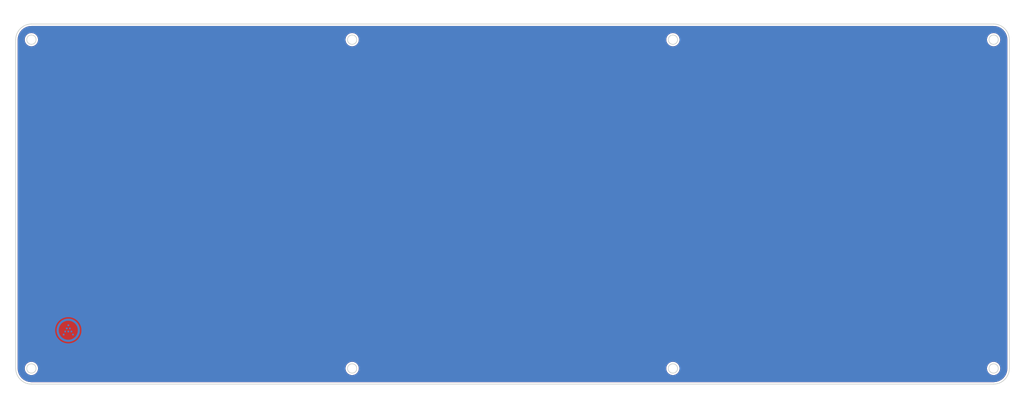
<source format=kicad_pcb>
(kicad_pcb (version 20171130) (host pcbnew "(5.0.0)")

  (general
    (thickness 1.6)
    (drawings 0)
    (tracks 0)
    (zones 0)
    (modules 3)
    (nets 2)
  )

  (page A4)
  (layers
    (0 F.Cu signal)
    (31 B.Cu signal)
    (32 B.Adhes user)
    (33 F.Adhes user)
    (34 B.Paste user)
    (35 F.Paste user)
    (36 B.SilkS user)
    (37 F.SilkS user)
    (38 B.Mask user)
    (39 F.Mask user)
    (40 Dwgs.User user)
    (41 Cmts.User user)
    (42 Eco1.User user)
    (43 Eco2.User user)
    (44 Edge.Cuts user)
    (45 Margin user)
    (46 B.CrtYd user)
    (47 F.CrtYd user)
    (48 B.Fab user)
    (49 F.Fab user)
  )

  (setup
    (last_trace_width 0.25)
    (trace_clearance 0.2)
    (zone_clearance 0.381)
    (zone_45_only no)
    (trace_min 0.2)
    (segment_width 0.2)
    (edge_width 0.15)
    (via_size 0.8)
    (via_drill 0.4)
    (via_min_size 0.4)
    (via_min_drill 0.3)
    (uvia_size 0.3)
    (uvia_drill 0.1)
    (uvias_allowed no)
    (uvia_min_size 0.2)
    (uvia_min_drill 0.1)
    (pcb_text_width 0.3)
    (pcb_text_size 1.5 1.5)
    (mod_edge_width 0.15)
    (mod_text_size 1 1)
    (mod_text_width 0.15)
    (pad_size 1.524 1.524)
    (pad_drill 0.762)
    (pad_to_mask_clearance 0.2)
    (aux_axis_origin 0 0)
    (visible_elements 7FFFFFFF)
    (pcbplotparams
      (layerselection 0x010f0_ffffffff)
      (usegerberextensions true)
      (usegerberattributes false)
      (usegerberadvancedattributes false)
      (creategerberjobfile false)
      (excludeedgelayer true)
      (linewidth 0.100000)
      (plotframeref false)
      (viasonmask false)
      (mode 1)
      (useauxorigin false)
      (hpglpennumber 1)
      (hpglpenspeed 20)
      (hpglpendiameter 15.000000)
      (psnegative false)
      (psa4output false)
      (plotreference true)
      (plotvalue true)
      (plotinvisibletext false)
      (padsonsilk false)
      (subtractmaskfromsilk true)
      (outputformat 1)
      (mirror false)
      (drillshape 0)
      (scaleselection 1)
      (outputdirectory "Gerber"))
  )

  (net 0 "")
  (net 1 GND)

  (net_class Default "This is the default net class."
    (clearance 0.2)
    (trace_width 0.25)
    (via_dia 0.8)
    (via_drill 0.4)
    (uvia_dia 0.3)
    (uvia_drill 0.1)
    (add_net GND)
  )

  (module locallib:Outline (layer F.Cu) (tedit 5C327FF2) (tstamp 5C3281AD)
    (at 19.84375 114.3)
    (path /5C328049)
    (fp_text reference J1 (at 0 0.5) (layer Dwgs.User)
      (effects (font (size 1 1) (thickness 0.15)))
    )
    (fp_text value Outline (at 0 -0.5) (layer F.Fab)
      (effects (font (size 1 1) (thickness 0.15)))
    )
    (fp_arc (start 4.064 -4.064) (end 0.064 -4.064) (angle -90) (layer Edge.Cuts) (width 0.2))
    (fp_arc (start 250.189 -88.264) (end 254.189 -88.264) (angle -90) (layer Edge.Cuts) (width 0.2))
    (fp_line (start 254.189 -88.264) (end 254.189 -4.064) (layer Edge.Cuts) (width 0.2))
    (fp_line (start 4.064 -92.264) (end 250.189 -92.264) (layer Edge.Cuts) (width 0.2))
    (fp_arc (start 250.189 -4.064) (end 250.189 -0.064) (angle -90) (layer Edge.Cuts) (width 0.2))
    (fp_circle (center 86.105667 -4.064) (end 87.305667 -4.064) (layer Edge.Cuts) (width 0.2))
    (fp_circle (center 168.147333 -4.064) (end 169.347333 -4.064) (layer Edge.Cuts) (width 0.2))
    (fp_circle (center 168.147333 -88.264) (end 169.347333 -88.264) (layer Edge.Cuts) (width 0.2))
    (fp_circle (center 4.064 -4.064) (end 5.264 -4.064) (layer Edge.Cuts) (width 0.2))
    (fp_circle (center 250.189 -4.064) (end 251.389 -4.064) (layer Edge.Cuts) (width 0.2))
    (fp_circle (center 86.105667 -88.264) (end 87.305667 -88.264) (layer Edge.Cuts) (width 0.2))
    (fp_circle (center 4.064 -88.264) (end 5.264 -88.264) (layer Edge.Cuts) (width 0.2))
    (fp_circle (center 250.189 -88.264) (end 251.389 -88.264) (layer Edge.Cuts) (width 0.2))
    (fp_line (start 250.189 -0.064) (end 4.064 -0.064) (layer Edge.Cuts) (width 0.2))
    (fp_line (start 0.064 -4.064) (end 0.064 -88.264) (layer Edge.Cuts) (width 0.2))
    (fp_arc (start 4.064 -88.264) (end 4.064 -92.264) (angle -90) (layer Edge.Cuts) (width 0.2))
    (pad 1 smd circle (at 129.54 -2.54) (size 1.524 1.524) (layers B.Cu)
      (net 1 GND))
    (pad 1 smd circle (at 129.54 -2.54) (size 1.524 1.524) (layers F.Cu)
      (net 1 GND))
  )

  (module locallib:ai-ring-6mm-Combined (layer B.Cu) (tedit 0) (tstamp 5C3282F7)
    (at 33.3375 100.458 180)
    (fp_text reference G*** (at 0 0 180) (layer Dwgs.User) hide
      (effects (font (size 1.524 1.524) (thickness 0.3)))
    )
    (fp_text value LOGO (at 0.75 0 180) (layer Dwgs.User) hide
      (effects (font (size 1.524 1.524) (thickness 0.3)))
    )
    (fp_poly (pts (xy 0.003969 2.971955) (xy 0.128087 2.970585) (xy 0.239799 2.966428) (xy 0.342392 2.959081)
      (xy 0.439156 2.94814) (xy 0.533378 2.933202) (xy 0.628347 2.913863) (xy 0.727351 2.889719)
      (xy 0.77263 2.877582) (xy 0.981177 2.812344) (xy 1.183265 2.733008) (xy 1.378128 2.639972)
      (xy 1.564999 2.533632) (xy 1.743114 2.414384) (xy 1.89526 2.296383) (xy 2.052928 2.155658)
      (xy 2.200265 2.004213) (xy 2.336586 1.843115) (xy 2.461208 1.673433) (xy 2.573447 1.496234)
      (xy 2.67262 1.312584) (xy 2.758042 1.123553) (xy 2.82903 0.930207) (xy 2.877784 0.762197)
      (xy 2.910855 0.622211) (xy 2.936215 0.490275) (xy 2.954607 0.361003) (xy 2.966775 0.229007)
      (xy 2.973461 0.0889) (xy 2.974114 0.0635) (xy 2.971395 -0.154797) (xy 2.9532 -0.36958)
      (xy 2.919535 -0.580821) (xy 2.870406 -0.788489) (xy 2.805819 -0.992555) (xy 2.741622 -1.156487)
      (xy 2.713539 -1.221752) (xy 2.689477 -1.27591) (xy 2.667608 -1.322613) (xy 2.646107 -1.365513)
      (xy 2.623146 -1.408263) (xy 2.5969 -1.454515) (xy 2.567775 -1.504156) (xy 2.448556 -1.690427)
      (xy 2.318452 -1.865153) (xy 2.177329 -2.028465) (xy 2.025055 -2.180496) (xy 1.861497 -2.32138)
      (xy 1.686524 -2.451248) (xy 1.504156 -2.567775) (xy 1.451327 -2.598744) (xy 1.405414 -2.624721)
      (xy 1.362765 -2.647531) (xy 1.319728 -2.669001) (xy 1.272651 -2.690957) (xy 1.217881 -2.715225)
      (xy 1.156487 -2.741622) (xy 1.060254 -2.781169) (xy 0.971536 -2.814208) (xy 0.884422 -2.842695)
      (xy 0.792998 -2.868589) (xy 0.710406 -2.889322) (xy 0.54589 -2.924876) (xy 0.388795 -2.950553)
      (xy 0.234567 -2.966893) (xy 0.078649 -2.974436) (xy -0.011906 -2.975013) (xy -0.063125 -2.974498)
      (xy -0.111246 -2.973793) (xy -0.153126 -2.97296) (xy -0.185622 -2.972063) (xy -0.20559 -2.971165)
      (xy -0.206375 -2.971109) (xy -0.422549 -2.947157) (xy -0.635306 -2.90817) (xy -0.843787 -2.854467)
      (xy -1.047132 -2.786363) (xy -1.244484 -2.704176) (xy -1.434982 -2.608225) (xy -1.617768 -2.498826)
      (xy -1.768724 -2.393796) (xy -1.941651 -2.255449) (xy -2.102335 -2.107088) (xy -2.250549 -1.949039)
      (xy -2.386071 -1.781632) (xy -2.508676 -1.605194) (xy -2.618139 -1.420052) (xy -2.714237 -1.226535)
      (xy -2.796744 -1.024971) (xy -2.865437 -0.815688) (xy -2.877582 -0.77263) (xy -2.903948 -0.670835)
      (xy -2.925333 -0.574511) (xy -2.942141 -0.480367) (xy -2.954775 -0.385117) (xy -2.96364 -0.28547)
      (xy -2.969138 -0.17814) (xy -2.971674 -0.059836) (xy -2.971955 -0.003969) (xy -2.97128 0.051392)
      (xy -2.439206 0.051392) (xy -2.439103 -0.028746) (xy -2.437437 -0.10841) (xy -2.434241 -0.183537)
      (xy -2.429544 -0.25006) (xy -2.425824 -0.28575) (xy -2.39395 -0.483048) (xy -2.347299 -0.674663)
      (xy -2.286049 -0.860222) (xy -2.210381 -1.039349) (xy -2.120473 -1.211669) (xy -2.016506 -1.376809)
      (xy -1.898659 -1.534393) (xy -1.767112 -1.684047) (xy -1.744776 -1.70726) (xy -1.610542 -1.834334)
      (xy -1.46484 -1.95227) (xy -1.310369 -2.05909) (xy -1.149831 -2.152816) (xy -1.104042 -2.176504)
      (xy -1.029634 -2.213153) (xy -0.964393 -2.243372) (xy -0.903896 -2.26894) (xy -0.843722 -2.291634)
      (xy -0.779449 -2.313233) (xy -0.714375 -2.333227) (xy -0.525162 -2.38264) (xy -0.339411 -2.417091)
      (xy -0.155673 -2.436714) (xy 0.027503 -2.441642) (xy 0.211564 -2.432011) (xy 0.278106 -2.425031)
      (xy 0.465438 -2.396087) (xy 0.645019 -2.354278) (xy 0.819357 -2.298854) (xy 0.990959 -2.229064)
      (xy 1.087916 -2.182866) (xy 1.258548 -2.089447) (xy 1.417964 -1.985712) (xy 1.566922 -1.870974)
      (xy 1.706179 -1.74455) (xy 1.836494 -1.605754) (xy 1.958624 -1.453903) (xy 2.066892 -1.298259)
      (xy 2.092018 -1.257068) (xy 2.121341 -1.20494) (xy 2.153041 -1.145496) (xy 2.185299 -1.082356)
      (xy 2.216293 -1.01914) (xy 2.244206 -0.959467) (xy 2.267215 -0.906957) (xy 2.280653 -0.873125)
      (xy 2.34352 -0.681584) (xy 2.390916 -0.488845) (xy 2.4228 -0.29545) (xy 2.43913 -0.10194)
      (xy 2.439868 0.091143) (xy 2.424972 0.283258) (xy 2.394402 0.473864) (xy 2.384599 0.519906)
      (xy 2.35095 0.656199) (xy 2.312642 0.782382) (xy 2.267704 0.903993) (xy 2.214163 1.026568)
      (xy 2.176504 1.104042) (xy 2.082799 1.27289) (xy 1.975974 1.433327) (xy 1.856798 1.584632)
      (xy 1.726037 1.726086) (xy 1.58446 1.856969) (xy 1.432834 1.97656) (xy 1.271927 2.08414)
      (xy 1.102507 2.178989) (xy 0.958325 2.24652) (xy 0.786697 2.312915) (xy 0.614143 2.364913)
      (xy 0.438656 2.402922) (xy 0.258226 2.427349) (xy 0.070845 2.438603) (xy 0.007938 2.439493)
      (xy -0.190157 2.433123) (xy -0.381785 2.412478) (xy -0.567719 2.377327) (xy -0.748735 2.327433)
      (xy -0.925606 2.262565) (xy -1.099106 2.182487) (xy -1.270009 2.086965) (xy -1.370706 2.022756)
      (xy -1.510139 1.921228) (xy -1.644337 1.806722) (xy -1.771659 1.681161) (xy -1.890465 1.546469)
      (xy -1.999114 1.404569) (xy -2.095965 1.257385) (xy -2.179378 1.106839) (xy -2.214174 1.03392)
      (xy -2.275577 0.889061) (xy -2.325808 0.749822) (xy -2.366065 0.611874) (xy -2.397544 0.470886)
      (xy -2.421444 0.322529) (xy -2.429845 0.254) (xy -2.434608 0.19683) (xy -2.437718 0.127939)
      (xy -2.439206 0.051392) (xy -2.97128 0.051392) (xy -2.97021 0.139027) (xy -2.964336 0.269894)
      (xy -2.953762 0.391975) (xy -2.937915 0.508615) (xy -2.916223 0.623156) (xy -2.888113 0.738941)
      (xy -2.853014 0.859313) (xy -2.810353 0.987616) (xy -2.794659 1.031875) (xy -2.716274 1.226594)
      (xy -2.623434 1.414928) (xy -2.516328 1.596615) (xy -2.395148 1.771392) (xy -2.260083 1.938997)
      (xy -2.111326 2.099167) (xy -1.949067 2.25164) (xy -1.842229 2.341821) (xy -1.7564 2.407314)
      (xy -1.658861 2.47464) (xy -1.553252 2.541588) (xy -1.443214 2.605945) (xy -1.332387 2.6655)
      (xy -1.224411 2.718042) (xy -1.218406 2.720785) (xy -1.148446 2.750658) (xy -1.067265 2.782044)
      (xy -0.979233 2.813464) (xy -0.888721 2.843438) (xy -0.800099 2.870489) (xy -0.717736 2.893136)
      (xy -0.68585 2.901029) (xy -0.592625 2.921797) (xy -0.503651 2.938457) (xy -0.415647 2.951348)
      (xy -0.325331 2.960805) (xy -0.229422 2.967168) (xy -0.12464 2.970772) (xy -0.007705 2.971956)
      (xy 0.003969 2.971955)) (layer B.Cu) (width 0.01))
    (fp_poly (pts (xy -1.000125 -1.30175) (xy -1.404937 -1.30175) (xy -1.404937 -0.896938) (xy -1.000125 -0.896938)
      (xy -1.000125 -1.30175)) (layer B.Cu) (width 0.01))
    (fp_poly (pts (xy 1.381125 -1.30175) (xy 0.976313 -1.30175) (xy 0.976313 -0.896938) (xy 1.381125 -0.896938)
      (xy 1.381125 -1.30175)) (layer B.Cu) (width 0.01))
    (fp_poly (pts (xy -0.595312 -0.515938) (xy -1.000125 -0.515938) (xy -1.000125 -0.111125) (xy -0.595312 -0.111125)
      (xy -0.595312 -0.515938)) (layer B.Cu) (width 0.01))
    (fp_poly (pts (xy 0.1905 -0.515938) (xy -0.214312 -0.515938) (xy -0.214312 -0.111125) (xy 0.1905 -0.111125)
      (xy 0.1905 -0.515938)) (layer B.Cu) (width 0.01))
    (fp_poly (pts (xy 0.976313 -0.515938) (xy 0.595313 -0.515938) (xy 0.595313 -0.111125) (xy 0.976313 -0.111125)
      (xy 0.976313 -0.515938)) (layer B.Cu) (width 0.01))
    (fp_poly (pts (xy -0.214312 0.293687) (xy -0.595312 0.293687) (xy -0.595312 0.674687) (xy -0.214312 0.674687)
      (xy -0.214312 0.293687)) (layer B.Cu) (width 0.01))
    (fp_poly (pts (xy 0.595313 0.293687) (xy 0.1905 0.293687) (xy 0.1905 0.674687) (xy 0.595313 0.674687)
      (xy 0.595313 0.293687)) (layer B.Cu) (width 0.01))
    (fp_poly (pts (xy 0.1905 1.0795) (xy -0.214312 1.0795) (xy -0.214312 1.484312) (xy 0.1905 1.484312)
      (xy 0.1905 1.0795)) (layer B.Cu) (width 0.01))
    (fp_poly (pts (xy 0.003969 2.971955) (xy 0.128087 2.970585) (xy 0.239799 2.966428) (xy 0.342392 2.959081)
      (xy 0.439156 2.94814) (xy 0.533378 2.933202) (xy 0.628347 2.913863) (xy 0.727351 2.889719)
      (xy 0.77263 2.877582) (xy 0.981177 2.812344) (xy 1.183265 2.733008) (xy 1.378128 2.639972)
      (xy 1.564999 2.533632) (xy 1.743114 2.414384) (xy 1.89526 2.296383) (xy 2.052928 2.155658)
      (xy 2.200265 2.004213) (xy 2.336586 1.843115) (xy 2.461208 1.673433) (xy 2.573447 1.496234)
      (xy 2.67262 1.312584) (xy 2.758042 1.123553) (xy 2.82903 0.930207) (xy 2.877784 0.762197)
      (xy 2.910855 0.622211) (xy 2.936215 0.490275) (xy 2.954607 0.361003) (xy 2.966775 0.229007)
      (xy 2.973461 0.0889) (xy 2.974114 0.0635) (xy 2.971395 -0.154797) (xy 2.9532 -0.36958)
      (xy 2.919535 -0.580821) (xy 2.870406 -0.788489) (xy 2.805819 -0.992555) (xy 2.741622 -1.156487)
      (xy 2.713539 -1.221752) (xy 2.689477 -1.27591) (xy 2.667608 -1.322613) (xy 2.646107 -1.365513)
      (xy 2.623146 -1.408263) (xy 2.5969 -1.454515) (xy 2.567775 -1.504156) (xy 2.448556 -1.690427)
      (xy 2.318452 -1.865153) (xy 2.177329 -2.028465) (xy 2.025055 -2.180496) (xy 1.861497 -2.32138)
      (xy 1.686524 -2.451248) (xy 1.504156 -2.567775) (xy 1.451327 -2.598744) (xy 1.405414 -2.624721)
      (xy 1.362765 -2.647531) (xy 1.319728 -2.669001) (xy 1.272651 -2.690957) (xy 1.217881 -2.715225)
      (xy 1.156487 -2.741622) (xy 1.060254 -2.781169) (xy 0.971536 -2.814208) (xy 0.884422 -2.842695)
      (xy 0.792998 -2.868589) (xy 0.710406 -2.889322) (xy 0.54589 -2.924876) (xy 0.388795 -2.950553)
      (xy 0.234567 -2.966893) (xy 0.078649 -2.974436) (xy -0.011906 -2.975013) (xy -0.063125 -2.974498)
      (xy -0.111246 -2.973793) (xy -0.153126 -2.97296) (xy -0.185622 -2.972063) (xy -0.20559 -2.971165)
      (xy -0.206375 -2.971109) (xy -0.422549 -2.947157) (xy -0.635306 -2.90817) (xy -0.843787 -2.854467)
      (xy -1.047132 -2.786363) (xy -1.244484 -2.704176) (xy -1.434982 -2.608225) (xy -1.617768 -2.498826)
      (xy -1.768724 -2.393796) (xy -1.941651 -2.255449) (xy -2.102335 -2.107088) (xy -2.250549 -1.949039)
      (xy -2.386071 -1.781632) (xy -2.508676 -1.605194) (xy -2.618139 -1.420052) (xy -2.714237 -1.226535)
      (xy -2.796744 -1.024971) (xy -2.865437 -0.815688) (xy -2.877582 -0.77263) (xy -2.903948 -0.670835)
      (xy -2.925333 -0.574511) (xy -2.942141 -0.480367) (xy -2.954775 -0.385117) (xy -2.96364 -0.28547)
      (xy -2.969138 -0.17814) (xy -2.971674 -0.059836) (xy -2.971955 -0.003969) (xy -2.97128 0.051392)
      (xy -2.439206 0.051392) (xy -2.439103 -0.028746) (xy -2.437437 -0.10841) (xy -2.434241 -0.183537)
      (xy -2.429544 -0.25006) (xy -2.425824 -0.28575) (xy -2.39395 -0.483048) (xy -2.347299 -0.674663)
      (xy -2.286049 -0.860222) (xy -2.210381 -1.039349) (xy -2.120473 -1.211669) (xy -2.016506 -1.376809)
      (xy -1.898659 -1.534393) (xy -1.767112 -1.684047) (xy -1.744776 -1.70726) (xy -1.610542 -1.834334)
      (xy -1.46484 -1.95227) (xy -1.310369 -2.05909) (xy -1.149831 -2.152816) (xy -1.104042 -2.176504)
      (xy -1.029634 -2.213153) (xy -0.964393 -2.243372) (xy -0.903896 -2.26894) (xy -0.843722 -2.291634)
      (xy -0.779449 -2.313233) (xy -0.714375 -2.333227) (xy -0.525162 -2.38264) (xy -0.339411 -2.417091)
      (xy -0.155673 -2.436714) (xy 0.027503 -2.441642) (xy 0.211564 -2.432011) (xy 0.278106 -2.425031)
      (xy 0.465438 -2.396087) (xy 0.645019 -2.354278) (xy 0.819357 -2.298854) (xy 0.990959 -2.229064)
      (xy 1.087916 -2.182866) (xy 1.258548 -2.089447) (xy 1.417964 -1.985712) (xy 1.566922 -1.870974)
      (xy 1.706179 -1.74455) (xy 1.836494 -1.605754) (xy 1.958624 -1.453903) (xy 2.066892 -1.298259)
      (xy 2.092018 -1.257068) (xy 2.121341 -1.20494) (xy 2.153041 -1.145496) (xy 2.185299 -1.082356)
      (xy 2.216293 -1.01914) (xy 2.244206 -0.959467) (xy 2.267215 -0.906957) (xy 2.280653 -0.873125)
      (xy 2.34352 -0.681584) (xy 2.390916 -0.488845) (xy 2.4228 -0.29545) (xy 2.43913 -0.10194)
      (xy 2.439868 0.091143) (xy 2.424972 0.283258) (xy 2.394402 0.473864) (xy 2.384599 0.519906)
      (xy 2.35095 0.656199) (xy 2.312642 0.782382) (xy 2.267704 0.903993) (xy 2.214163 1.026568)
      (xy 2.176504 1.104042) (xy 2.082799 1.27289) (xy 1.975974 1.433327) (xy 1.856798 1.584632)
      (xy 1.726037 1.726086) (xy 1.58446 1.856969) (xy 1.432834 1.97656) (xy 1.271927 2.08414)
      (xy 1.102507 2.178989) (xy 0.958325 2.24652) (xy 0.786697 2.312915) (xy 0.614143 2.364913)
      (xy 0.438656 2.402922) (xy 0.258226 2.427349) (xy 0.070845 2.438603) (xy 0.007938 2.439493)
      (xy -0.190157 2.433123) (xy -0.381785 2.412478) (xy -0.567719 2.377327) (xy -0.748735 2.327433)
      (xy -0.925606 2.262565) (xy -1.099106 2.182487) (xy -1.270009 2.086965) (xy -1.370706 2.022756)
      (xy -1.510139 1.921228) (xy -1.644337 1.806722) (xy -1.771659 1.681161) (xy -1.890465 1.546469)
      (xy -1.999114 1.404569) (xy -2.095965 1.257385) (xy -2.179378 1.106839) (xy -2.214174 1.03392)
      (xy -2.275577 0.889061) (xy -2.325808 0.749822) (xy -2.366065 0.611874) (xy -2.397544 0.470886)
      (xy -2.421444 0.322529) (xy -2.429845 0.254) (xy -2.434608 0.19683) (xy -2.437718 0.127939)
      (xy -2.439206 0.051392) (xy -2.97128 0.051392) (xy -2.97021 0.139027) (xy -2.964336 0.269894)
      (xy -2.953762 0.391975) (xy -2.937915 0.508615) (xy -2.916223 0.623156) (xy -2.888113 0.738941)
      (xy -2.853014 0.859313) (xy -2.810353 0.987616) (xy -2.794659 1.031875) (xy -2.716274 1.226594)
      (xy -2.623434 1.414928) (xy -2.516328 1.596615) (xy -2.395148 1.771392) (xy -2.260083 1.938997)
      (xy -2.111326 2.099167) (xy -1.949067 2.25164) (xy -1.842229 2.341821) (xy -1.7564 2.407314)
      (xy -1.658861 2.47464) (xy -1.553252 2.541588) (xy -1.443214 2.605945) (xy -1.332387 2.6655)
      (xy -1.224411 2.718042) (xy -1.218406 2.720785) (xy -1.148446 2.750658) (xy -1.067265 2.782044)
      (xy -0.979233 2.813464) (xy -0.888721 2.843438) (xy -0.800099 2.870489) (xy -0.717736 2.893136)
      (xy -0.68585 2.901029) (xy -0.592625 2.921797) (xy -0.503651 2.938457) (xy -0.415647 2.951348)
      (xy -0.325331 2.960805) (xy -0.229422 2.967168) (xy -0.12464 2.970772) (xy -0.007705 2.971956)
      (xy 0.003969 2.971955)) (layer B.Mask) (width 0.01))
    (fp_poly (pts (xy -1.000125 -1.30175) (xy -1.404937 -1.30175) (xy -1.404937 -0.896938) (xy -1.000125 -0.896938)
      (xy -1.000125 -1.30175)) (layer B.Mask) (width 0.01))
    (fp_poly (pts (xy 1.381125 -1.30175) (xy 0.976313 -1.30175) (xy 0.976313 -0.896938) (xy 1.381125 -0.896938)
      (xy 1.381125 -1.30175)) (layer B.Mask) (width 0.01))
    (fp_poly (pts (xy -0.595312 -0.515938) (xy -1.000125 -0.515938) (xy -1.000125 -0.111125) (xy -0.595312 -0.111125)
      (xy -0.595312 -0.515938)) (layer B.Mask) (width 0.01))
    (fp_poly (pts (xy 0.1905 -0.515938) (xy -0.214312 -0.515938) (xy -0.214312 -0.111125) (xy 0.1905 -0.111125)
      (xy 0.1905 -0.515938)) (layer B.Mask) (width 0.01))
    (fp_poly (pts (xy 0.976313 -0.515938) (xy 0.595313 -0.515938) (xy 0.595313 -0.111125) (xy 0.976313 -0.111125)
      (xy 0.976313 -0.515938)) (layer B.Mask) (width 0.01))
    (fp_poly (pts (xy -0.214312 0.293687) (xy -0.595312 0.293687) (xy -0.595312 0.674687) (xy -0.214312 0.674687)
      (xy -0.214312 0.293687)) (layer B.Mask) (width 0.01))
    (fp_poly (pts (xy 0.595313 0.293687) (xy 0.1905 0.293687) (xy 0.1905 0.674687) (xy 0.595313 0.674687)
      (xy 0.595313 0.293687)) (layer B.Mask) (width 0.01))
    (fp_poly (pts (xy 0.1905 1.0795) (xy -0.214312 1.0795) (xy -0.214312 1.484312) (xy 0.1905 1.484312)
      (xy 0.1905 1.0795)) (layer B.Mask) (width 0.01))
  )

  (module locallib:hex (layer F.Cu) (tedit 0) (tstamp 5C50D448)
    (at 146.84375 68.2625)
    (fp_text reference G*** (at 0 0) (layer F.SilkS) hide
      (effects (font (size 1.524 1.524) (thickness 0.3)))
    )
    (fp_text value LOGO (at 0.75 0) (layer F.SilkS) hide
      (effects (font (size 1.524 1.524) (thickness 0.3)))
    )
    (fp_poly (pts (xy -106.9 -34.331817) (xy -101.13068 -30.999242) (xy -100.145335 -30.431027) (xy -99.209751 -29.893359)
      (xy -98.338478 -29.394483) (xy -97.546068 -28.942643) (xy -96.847075 -28.546084) (xy -96.256049 -28.21305)
      (xy -95.787544 -27.951785) (xy -95.45611 -27.770534) (xy -95.276301 -27.677541) (xy -95.248338 -27.666667)
      (xy -95.144557 -27.715458) (xy -94.88232 -27.856336) (xy -94.476182 -28.081058) (xy -93.940701 -28.38138)
      (xy -93.290432 -28.74906) (xy -92.539934 -29.175854) (xy -91.703763 -29.653519) (xy -90.796475 -30.173812)
      (xy -89.832629 -30.72849) (xy -89.367659 -30.996739) (xy -83.6 -34.32681) (xy -83.6 -46)
      (xy -83.1 -46) (xy -83.1 -34.342599) (xy -77.265917 -30.971564) (xy -71.431833 -27.600529)
      (xy -65.590917 -30.975386) (xy -59.75 -34.350243) (xy -59.724195 -40.175122) (xy -59.718633 -41.399693)
      (xy -59.713273 -42.439391) (xy -59.70753 -43.30934) (xy -59.700819 -44.024663) (xy -59.692557 -44.600486)
      (xy -59.68216 -45.051933) (xy -59.669043 -45.394129) (xy -59.652622 -45.642198) (xy -59.632313 -45.811265)
      (xy -59.607531 -45.916454) (xy -59.577693 -45.97289) (xy -59.542213 -45.995697) (xy -59.500509 -45.999999)
      (xy -59.499195 -46) (xy -59.457321 -45.996167) (xy -59.421769 -45.974583) (xy -59.392021 -45.920124)
      (xy -59.36756 -45.817666) (xy -59.347869 -45.652083) (xy -59.332431 -45.408252) (xy -59.320729 -45.071046)
      (xy -59.312245 -44.625343) (xy -59.306462 -44.056016) (xy -59.302863 -43.347942) (xy -59.300931 -42.485995)
      (xy -59.30015 -41.455052) (xy -59.300001 -40.239986) (xy -59.3 -40.174358) (xy -59.3 -34.348716)
      (xy -47.612744 -27.602122) (xy -35.906278 -34.35) (xy -35.903139 -40.175) (xy -35.902352 -41.399543)
      (xy -35.901063 -42.439212) (xy -35.898746 -43.309134) (xy -35.894872 -44.024434) (xy -35.888913 -44.600239)
      (xy -35.880344 -45.051675) (xy -35.868635 -45.393868) (xy -35.85326 -45.641944) (xy -35.833691 -45.81103)
      (xy -35.8094 -45.916252) (xy -35.779861 -45.972736) (xy -35.744545 -45.995608) (xy -35.702924 -45.999995)
      (xy -35.7 -46) (xy -35.657955 -45.996298) (xy -35.622252 -45.975107) (xy -35.592368 -45.921301)
      (xy -35.56778 -45.819753) (xy -35.547963 -45.655338) (xy -35.532393 -45.412929) (xy -35.520548 -45.0774)
      (xy -35.511904 -44.633625) (xy -35.505936 -44.066477) (xy -35.502122 -43.36083) (xy -35.499936 -42.501559)
      (xy -35.498857 -41.473536) (xy -35.49836 -40.261635) (xy -35.498335 -40.175) (xy -35.496669 -34.35)
      (xy -29.646609 -30.97532) (xy -23.796548 -27.600639) (xy -17.950043 -30.97532) (xy -12.103538 -34.35)
      (xy -12.101769 -40.175) (xy -12.10127 -41.399542) (xy -12.100227 -42.43921) (xy -12.098115 -43.30913)
      (xy -12.094411 -44.02443) (xy -12.088591 -44.600234) (xy -12.080131 -45.051669) (xy -12.068506 -45.393862)
      (xy -12.053194 -45.641938) (xy -12.033669 -45.811025) (xy -12.009409 -45.916247) (xy -11.979888 -45.972732)
      (xy -11.944584 -45.995606) (xy -11.902972 -45.999995) (xy -11.9 -46) (xy -11.857954 -45.996289)
      (xy -11.822246 -45.975071) (xy -11.792348 -45.921221) (xy -11.767733 -45.819611) (xy -11.747874 -45.655116)
      (xy -11.732243 -45.41261) (xy -11.720312 -45.076966) (xy -11.711555 -44.633058) (xy -11.705442 -44.065761)
      (xy -11.701447 -43.359947) (xy -11.699043 -42.500491) (xy -11.697701 -41.472266) (xy -11.696895 -40.260146)
      (xy -11.696848 -40.175) (xy -11.693696 -34.35) (xy -5.838524 -30.975745) (xy 0.016649 -27.60149)
      (xy 5.858324 -30.97399) (xy 11.7 -34.34649) (xy 11.7 -40.173245) (xy 11.700131 -41.398006)
      (xy 11.700868 -42.437891) (xy 11.70273 -43.308021) (xy 11.706232 -44.023522) (xy 11.711892 -44.599515)
      (xy 11.720227 -45.051125) (xy 11.731754 -45.393474) (xy 11.746989 -45.641686) (xy 11.76645 -45.810883)
      (xy 11.790654 -45.91619) (xy 11.820118 -45.972729) (xy 11.855358 -45.995623) (xy 11.896893 -45.999997)
      (xy 11.899194 -46) (xy 11.941091 -45.99601) (xy 11.976745 -45.973954) (xy 12.00674 -45.918708)
      (xy 12.031661 -45.815146) (xy 12.052093 -45.648143) (xy 12.068619 -45.402574) (xy 12.081823 -45.063312)
      (xy 12.092291 -44.615232) (xy 12.100606 -44.043209) (xy 12.107353 -43.332118) (xy 12.113116 -42.466833)
      (xy 12.11848 -41.432229) (xy 12.124028 -40.213179) (xy 12.124194 -40.175837) (xy 12.15 -34.351673)
      (xy 23.83148 -27.601005) (xy 35.5 -34.338489) (xy 35.5 -46) (xy 36 -46)
      (xy 36 -34.330483) (xy 41.767473 -30.998575) (xy 42.7527 -30.430376) (xy 43.688221 -29.892731)
      (xy 44.559475 -29.393887) (xy 45.351903 -28.94209) (xy 46.050944 -28.545588) (xy 46.642038 -28.212628)
      (xy 47.110624 -27.951456) (xy 47.442143 -27.77032) (xy 47.622034 -27.677466) (xy 47.65 -27.666667)
      (xy 47.754118 -27.715483) (xy 48.016662 -27.856431) (xy 48.423071 -28.081264) (xy 48.958785 -28.381737)
      (xy 49.609243 -28.749601) (xy 50.359886 -29.17661) (xy 51.196152 -29.654517) (xy 52.103482 -30.175074)
      (xy 53.067317 -30.730036) (xy 53.532526 -30.998575) (xy 59.299999 -34.330483) (xy 59.3 -40.165242)
      (xy 59.3 -46) (xy 59.8 -46) (xy 59.8 -34.339563) (xy 65.634533 -30.970442)
      (xy 71.469067 -27.601322) (xy 77.309533 -30.976498) (xy 83.15 -34.351673) (xy 83.175805 -40.175837)
      (xy 83.181367 -41.400328) (xy 83.186728 -42.439945) (xy 83.192472 -43.309816) (xy 83.199183 -44.025064)
      (xy 83.207446 -44.600815) (xy 83.217844 -45.052195) (xy 83.230963 -45.39433) (xy 83.247387 -45.642344)
      (xy 83.2677 -45.811363) (xy 83.292486 -45.916512) (xy 83.32233 -45.972918) (xy 83.357816 -45.995705)
      (xy 83.399528 -45.999999) (xy 83.400805 -46) (xy 83.442676 -45.996167) (xy 83.478226 -45.974585)
      (xy 83.507973 -45.920131) (xy 83.532433 -45.817681) (xy 83.552124 -45.652112) (xy 83.567563 -45.408299)
      (xy 83.579266 -45.071121) (xy 83.587751 -44.625452) (xy 83.593535 -44.05617) (xy 83.597135 -43.34815)
      (xy 83.599067 -42.48627) (xy 83.59985 -41.455407) (xy 83.599999 -40.240435) (xy 83.6 -40.173478)
      (xy 83.6 -34.346956) (xy 89.44221 -30.974532) (xy 95.284421 -27.602109) (xy 101.139058 -30.976055)
      (xy 106.993695 -34.35) (xy 106.996847 -40.175) (xy 106.997637 -41.399543) (xy 106.998929 -42.439212)
      (xy 107.001248 -43.309134) (xy 107.005124 -44.024434) (xy 107.011084 -44.600239) (xy 107.019654 -45.051675)
      (xy 107.031364 -45.393868) (xy 107.046739 -45.641944) (xy 107.066309 -45.81103) (xy 107.0906 -45.916252)
      (xy 107.12014 -45.972736) (xy 107.155456 -45.995608) (xy 107.197076 -45.999995) (xy 107.2 -46)
      (xy 107.242045 -45.996298) (xy 107.277748 -45.975105) (xy 107.307633 -45.921295) (xy 107.332223 -45.819743)
      (xy 107.352043 -45.655323) (xy 107.367617 -45.412907) (xy 107.379468 -45.07737) (xy 107.38812 -44.633586)
      (xy 107.394098 -44.066428) (xy 107.397925 -43.360769) (xy 107.400125 -42.501485) (xy 107.401223 -41.473448)
      (xy 107.401742 -40.261532) (xy 107.401768 -40.175) (xy 107.403537 -34.35) (xy 119.097233 -27.600242)
      (xy 122.9936 -29.850121) (xy 123.798748 -30.314268) (xy 124.550439 -30.74611) (xy 125.231041 -31.135627)
      (xy 125.822925 -31.4728) (xy 126.308462 -31.747607) (xy 126.670022 -31.950028) (xy 126.889975 -32.070042)
      (xy 126.951938 -32.1) (xy 126.988186 -32.016451) (xy 126.981955 -31.875361) (xy 126.943192 -31.801868)
      (xy 126.835286 -31.69731) (xy 126.644879 -31.553282) (xy 126.358613 -31.361383) (xy 125.96313 -31.113207)
      (xy 125.445072 -30.800351) (xy 124.79108 -30.414412) (xy 123.987799 -29.946985) (xy 123.127337 -29.450361)
      (xy 119.304675 -27.25) (xy 119.302337 -20.490548) (xy 119.299999 -13.731095) (xy 123.149999 -11.507759)
      (xy 124.074303 -10.973081) (xy 124.839491 -10.527848) (xy 125.460284 -10.162603) (xy 125.951401 -9.867888)
      (xy 126.327562 -9.634245) (xy 126.603485 -9.452217) (xy 126.79389 -9.312346) (xy 126.913498 -9.205176)
      (xy 126.977026 -9.121248) (xy 126.999194 -9.051105) (xy 126.999999 -9.034056) (xy 126.999999 -8.783689)
      (xy 126.674999 -8.981556) (xy 126.291497 -9.211592) (xy 125.798312 -9.50209) (xy 125.216783 -9.840928)
      (xy 124.568249 -10.215985) (xy 123.874049 -10.61514) (xy 123.155522 -11.026274) (xy 122.434006 -11.437264)
      (xy 121.73084 -11.835989) (xy 121.067363 -12.21033) (xy 120.464914 -12.548164) (xy 119.944831 -12.837372)
      (xy 119.528453 -13.065832) (xy 119.23712 -13.221423) (xy 119.092168 -13.292025) (xy 119.081252 -13.294973)
      (xy 118.974326 -13.245215) (xy 118.709125 -13.10322) (xy 118.300277 -12.877276) (xy 117.762409 -12.57567)
      (xy 117.110146 -12.206689) (xy 116.358116 -11.778621) (xy 115.520947 -11.299753) (xy 114.613264 -10.778372)
      (xy 113.649695 -10.222766) (xy 113.2 -9.962771) (xy 107.45 -6.635596) (xy 107.45 6.935595)
      (xy 113.2 10.26277) (xy 114.184019 10.83112) (xy 115.118759 11.368988) (xy 115.989594 11.868087)
      (xy 116.781897 12.32013) (xy 117.48104 12.71683) (xy 118.072398 13.049898) (xy 118.541342 13.311049)
      (xy 118.873246 13.491994) (xy 119.053483 13.584446) (xy 119.081252 13.594972) (xy 119.185886 13.547736)
      (xy 119.442288 13.412452) (xy 119.829119 13.201239) (xy 120.325042 12.92622) (xy 120.908716 12.599515)
      (xy 121.558804 12.233244) (xy 122.253966 11.839529) (xy 122.972864 11.430491) (xy 123.694159 11.01825)
      (xy 124.396512 10.614928) (xy 125.058584 10.232646) (xy 125.659037 9.883523) (xy 126.176532 9.579681)
      (xy 126.58973 9.333242) (xy 126.675 9.281555) (xy 126.999999 9.083688) (xy 127 9.33336)
      (xy 126.985967 9.401418) (xy 126.934062 9.481028) (xy 126.829574 9.581639) (xy 126.657794 9.712701)
      (xy 126.404011 9.883662) (xy 126.053516 10.103974) (xy 125.591598 10.383083) (xy 125.003547 10.73044)
      (xy 124.274654 11.155494) (xy 123.390207 11.667695) (xy 123.15 11.806465) (xy 119.3 14.029896)
      (xy 119.302337 20.789948) (xy 119.304675 27.55) (xy 123.127337 29.75036) (xy 124.076211 30.298204)
      (xy 124.863786 30.757007) (xy 125.503422 31.135173) (xy 126.008477 31.441105) (xy 126.392307 31.683208)
      (xy 126.668271 31.869884) (xy 126.849727 32.009537) (xy 126.950032 32.110572) (xy 126.981955 32.17536)
      (xy 126.983725 32.349837) (xy 126.951938 32.399999) (xy 126.855216 32.351532) (xy 126.603078 32.212808)
      (xy 126.213154 31.99385) (xy 125.703074 31.704677) (xy 125.090466 31.35531) (xy 124.392962 30.955769)
      (xy 123.62819 30.516076) (xy 122.9936 30.15012) (xy 119.097233 27.900241) (xy 113.250385 31.27512)
      (xy 107.403537 34.65) (xy 107.401768 40.325) (xy 107.401259 41.532446) (xy 107.400182 42.555218)
      (xy 107.397992 43.408639) (xy 107.394144 44.108033) (xy 107.388093 44.668727) (xy 107.379295 45.106044)
      (xy 107.367205 45.435309) (xy 107.351277 45.671846) (xy 107.330968 45.830981) (xy 107.305731 45.928038)
      (xy 107.275023 45.978342) (xy 107.238298 45.997217) (xy 107.2 46) (xy 107.157444 45.996223)
      (xy 107.121387 45.974677) (xy 107.09128 45.920037) (xy 107.066575 45.816978) (xy 107.046722 45.650176)
      (xy 107.031173 45.404305) (xy 107.01938 45.064043) (xy 107.010794 44.614063) (xy 107.004867 44.039041)
      (xy 107.001049 43.323652) (xy 106.998792 42.452573) (xy 106.997548 41.410477) (xy 106.996847 40.325)
      (xy 106.993695 34.65) (xy 95.284421 27.902108) (xy 89.44221 31.274531) (xy 83.6 34.646955)
      (xy 83.6 40.323477) (xy 83.599863 41.53112) (xy 83.599094 42.554085) (xy 83.597155 43.407693)
      (xy 83.593508 44.107267) (xy 83.587617 44.668128) (xy 83.578943 45.105599) (xy 83.566949 45.435)
      (xy 83.551097 45.671655) (xy 83.53085 45.830884) (xy 83.505669 45.928009) (xy 83.475018 45.978353)
      (xy 83.438359 45.997238) (xy 83.400825 46) (xy 83.358425 45.995936) (xy 83.322423 45.973529)
      (xy 83.292213 45.917455) (xy 83.267186 45.812391) (xy 83.246736 45.643012) (xy 83.230254 45.393994)
      (xy 83.217132 45.050015) (xy 83.206764 44.59575) (xy 83.198541 44.015875) (xy 83.191856 43.295066)
      (xy 83.186102 42.418) (xy 83.180669 41.369354) (xy 83.175825 40.325835) (xy 83.15 34.651671)
      (xy 77.309533 31.276496) (xy 71.469067 27.901321) (xy 65.634533 31.270441) (xy 59.799999 34.639562)
      (xy 59.8 40.319781) (xy 59.8 46) (xy 59.3 46) (xy 59.3 34.630482)
      (xy 53.532526 31.298574) (xy 52.547299 30.730375) (xy 51.611778 30.19273) (xy 50.740524 29.693886)
      (xy 49.948096 29.242089) (xy 49.249055 28.845587) (xy 48.657961 28.512627) (xy 48.189375 28.251455)
      (xy 47.857856 28.070319) (xy 47.677965 27.977465) (xy 47.65 27.966666) (xy 47.545881 28.015482)
      (xy 47.283337 28.15643) (xy 46.876928 28.381263) (xy 46.341214 28.681736) (xy 45.690756 29.0496)
      (xy 44.940113 29.476609) (xy 44.103847 29.954516) (xy 43.196517 30.475073) (xy 42.232682 31.030035)
      (xy 41.767473 31.298574) (xy 36 34.630482) (xy 36 46) (xy 35.5 46)
      (xy 35.5 40.319244) (xy 35.499999 34.638488) (xy 29.66574 31.269746) (xy 23.83148 27.901004)
      (xy 17.99074 31.276338) (xy 12.15 34.651671) (xy 12.124174 40.325835) (xy 12.118536 41.533232)
      (xy 12.113094 42.555954) (xy 12.107242 43.409325) (xy 12.100371 44.108669) (xy 12.091874 44.66931)
      (xy 12.081142 45.106572) (xy 12.06757 45.435777) (xy 12.050548 45.672251) (xy 12.029469 45.831317)
      (xy 12.003726 45.928299) (xy 11.972711 45.97852) (xy 11.935816 45.997304) (xy 11.899174 46)
      (xy 11.856802 45.996098) (xy 11.820909 45.974179) (xy 11.790958 45.918921) (xy 11.766412 45.815003)
      (xy 11.746733 45.647102) (xy 11.731383 45.399898) (xy 11.719825 45.058069) (xy 11.711521 44.606294)
      (xy 11.705934 44.02925) (xy 11.702526 43.311617) (xy 11.700759 42.438073) (xy 11.700096 41.393296)
      (xy 11.7 40.323244) (xy 11.7 34.646489) (xy 5.858324 31.273989) (xy 0.016649 27.901489)
      (xy -5.838524 31.275744) (xy -11.693696 34.65) (xy -11.696848 40.325) (xy -11.697652 41.532448)
      (xy -11.69898 42.55522) (xy -11.701379 43.408642) (xy -11.7054 44.108038) (xy -11.71159 44.668732)
      (xy -11.720498 45.10605) (xy -11.732672 45.435315) (xy -11.748662 45.671853) (xy -11.769015 45.830987)
      (xy -11.794281 45.928044) (xy -11.825008 45.978346) (xy -11.861744 45.997219) (xy -11.9 46)
      (xy -11.942555 45.996231) (xy -11.978606 45.974711) (xy -12.0087 45.920113) (xy -12.03338 45.817114)
      (xy -12.053192 45.650388) (xy -12.068681 45.404611) (xy -12.080391 45.064458) (xy -12.088867 44.614604)
      (xy -12.094655 44.039726) (xy -12.098298 43.324497) (xy -12.100342 42.453594) (xy -12.101332 41.411692)
      (xy -12.101769 40.325) (xy -12.103538 34.65) (xy -23.796548 27.900638) (xy -29.646609 31.275319)
      (xy -35.496669 34.65) (xy -35.498335 40.325) (xy -35.498822 41.532446) (xy -35.499881 42.555218)
      (xy -35.502055 43.408638) (xy -35.50589 44.108033) (xy -35.51193 44.668727) (xy -35.52072 45.106043)
      (xy -35.532804 45.435308) (xy -35.548727 45.671846) (xy -35.569034 45.830981) (xy -35.594268 45.928038)
      (xy -35.624975 45.978342) (xy -35.661699 45.997217) (xy -35.7 46) (xy -35.742556 45.996223)
      (xy -35.778613 45.974677) (xy -35.808719 45.920038) (xy -35.833425 45.816979) (xy -35.853277 45.650178)
      (xy -35.868825 45.404308) (xy -35.880617 45.064047) (xy -35.889202 44.614068) (xy -35.895129 44.039047)
      (xy -35.898945 43.32366) (xy -35.9012 42.452582) (xy -35.902441 41.410489) (xy -35.903139 40.325)
      (xy -35.906278 34.65) (xy -41.759511 31.27606) (xy -47.612744 27.902121) (xy -59.3 34.648715)
      (xy -59.3 40.324357) (xy -59.300137 41.531899) (xy -59.300907 42.554764) (xy -59.302846 43.408275)
      (xy -59.306493 44.107755) (xy -59.312386 44.668527) (xy -59.321062 45.105915) (xy -59.333059 45.43524)
      (xy -59.348915 45.671827) (xy -59.369167 45.830998) (xy -59.394353 45.928076) (xy -59.425011 45.978384)
      (xy -59.461679 45.997246) (xy -59.499175 46) (xy -59.541573 45.995936) (xy -59.577573 45.973531)
      (xy -59.607782 45.917461) (xy -59.632808 45.812404) (xy -59.653258 45.643036) (xy -59.669741 45.394036)
      (xy -59.682862 45.050079) (xy -59.693231 44.595843) (xy -59.701454 44.016006) (xy -59.70814 43.295245)
      (xy -59.713894 42.418236) (xy -59.719326 41.369657) (xy -59.724175 40.32512) (xy -59.75 34.65024)
      (xy -65.590917 31.275384) (xy -71.431833 27.900528) (xy -77.265917 31.271563) (xy -83.1 34.642598)
      (xy -83.1 46) (xy -83.6 46) (xy -83.6 34.626809) (xy -89.367659 31.296738)
      (xy -90.352914 30.728837) (xy -91.288403 30.191475) (xy -92.159567 29.692894) (xy -92.95185 29.241339)
      (xy -93.650696 28.845052) (xy -94.241546 28.512276) (xy -94.709845 28.251254) (xy -95.041035 28.070231)
      (xy -95.22056 27.977447) (xy -95.248338 27.966666) (xy -95.352105 28.015474) (xy -95.614313 28.156403)
      (xy -96.020412 28.381208) (xy -96.555848 28.681644) (xy -97.20607 29.049468) (xy -97.956526 29.476435)
      (xy -98.792663 29.954301) (xy -99.699929 30.474821) (xy -100.663772 31.029751) (xy -101.13068 31.299241)
      (xy -106.9 34.631816) (xy -106.9 46) (xy -107.4 46) (xy -107.4 34.637575)
      (xy -112.925 31.448541) (xy -113.896241 30.887912) (xy -114.822621 30.353125) (xy -115.688531 29.853193)
      (xy -116.47836 29.397133) (xy -117.176496 28.99396) (xy -117.767329 28.652689) (xy -118.235249 28.382336)
      (xy -118.564643 28.191916) (xy -118.739902 28.090444) (xy -118.756368 28.080869) (xy -119.062735 27.902231)
      (xy -123.006368 30.181136) (xy -123.945429 30.722785) (xy -124.726302 31.170489) (xy -125.363201 31.531678)
      (xy -125.870342 31.813782) (xy -126.261939 32.024233) (xy -126.552208 32.17046) (xy -126.755363 32.259895)
      (xy -126.885619 32.299968) (xy -126.957191 32.298109) (xy -126.984294 32.261749) (xy -126.984497 32.260623)
      (xy -126.940032 32.041137) (xy -126.85543 31.941604) (xy -126.736167 31.867402) (xy -126.46241 31.704394)
      (xy -126.052987 31.463571) (xy -125.526725 31.155926) (xy -124.902452 30.792452) (xy -124.198994 30.38414)
      (xy -123.435179 29.941984) (xy -122.995246 29.687817) (xy -119.298627 27.553633) (xy -119.324314 20.769101)
      (xy -119.349507 14.114617) (xy -118.901403 14.114617) (xy -118.875702 20.82726) (xy -118.85 27.539903)
      (xy -107.156324 34.293985) (xy -106.853162 34.117245) (xy -106.714904 34.037163) (xy -106.419002 33.866157)
      (xy -105.981056 33.613233) (xy -105.416668 33.287396) (xy -104.741439 32.89765) (xy -103.970971 32.453)
      (xy -103.120866 31.962452) (xy -102.206724 31.435011) (xy -101.244147 30.879682) (xy -101.024312 30.752863)
      (xy -95.498623 27.565221) (xy -95.49864 27.560528) (xy -95.001376 27.560528) (xy -89.180341 30.921916)
      (xy -83.359305 34.283303) (xy -83.004653 34.096663) (xy -82.857148 34.014546) (xy -82.552414 33.841224)
      (xy -82.106255 33.585796) (xy -81.534471 33.257359) (xy -80.852866 32.86501) (xy -80.077242 32.417848)
      (xy -79.2234 31.92497) (xy -78.307142 31.395474) (xy -77.344272 30.838457) (xy -77.15 30.726002)
      (xy -71.668392 27.552628) (xy -71.201374 27.552628) (xy -65.375687 30.921639) (xy -64.387333 31.49243)
      (xy -63.450081 32.032201) (xy -62.578228 32.532813) (xy -61.786069 32.986132) (xy -61.0879 33.384019)
      (xy -60.498018 33.718338) (xy -60.030717 33.980953) (xy -59.700294 34.163726) (xy -59.521046 34.25852)
      (xy -59.49227 34.270325) (xy -59.398017 34.21821) (xy -59.144859 34.074407) (xy -58.74714 33.847153)
      (xy -58.219206 33.54468) (xy -57.5754 33.175225) (xy -56.83007 32.747022) (xy -55.997558 32.268306)
      (xy -55.092211 31.74731) (xy -54.128373 31.19227) (xy -53.621093 30.9) (xy -47.807646 27.55)
      (xy -47.8 14.038488) (xy -47.827455 14.022635) (xy -47.4 14.022635) (xy -47.398229 20.786317)
      (xy -47.396458 27.55) (xy -41.573229 30.918749) (xy -40.584932 31.489671) (xy -39.647569 32.029599)
      (xy -38.775457 32.530385) (xy -37.982914 32.983884) (xy -37.284257 33.381948) (xy -36.693804 33.71643)
      (xy -36.225873 33.979184) (xy -35.894782 34.162064) (xy -35.714846 34.256922) (xy -35.68574 34.268749)
      (xy -35.590379 34.216861) (xy -35.336187 34.073199) (xy -34.937531 33.846006) (xy -34.408775 33.543522)
      (xy -33.764287 33.173987) (xy -33.018433 32.745644) (xy -32.185578 32.266732) (xy -31.280088 31.745493)
      (xy -30.316331 31.190167) (xy -29.813107 30.9) (xy -24.004735 27.55) (xy -24.002368 20.790241)
      (xy -24.000001 14.031816) (xy -23.6 14.031816) (xy -23.59688 20.790908) (xy -23.593759 27.55)
      (xy -17.77188 30.916234) (xy -16.783437 31.486929) (xy -15.845775 32.026701) (xy -14.973238 32.527395)
      (xy -14.180167 32.980858) (xy -13.480905 33.378936) (xy -12.889794 33.713475) (xy -12.421177 33.976321)
      (xy -12.089395 34.159321) (xy -11.908791 34.254319) (xy -11.879385 34.266234) (xy -11.782946 34.214735)
      (xy -11.527751 34.071373) (xy -11.128186 33.844391) (xy -10.598637 33.542035) (xy -9.953491 33.172549)
      (xy -9.207133 32.744177) (xy -8.373951 32.265163) (xy -7.46833 31.743751) (xy -6.504658 31.188186)
      (xy -6.005247 30.9) (xy -0.201726 27.55) (xy -0.200863 20.785023) (xy -0.200003 14.043338)
      (xy 0.198615 14.043338) (xy 0.224307 20.796647) (xy 0.25 27.549956) (xy 6.05 30.914647)
      (xy 7.035346 31.486121) (xy 7.968994 32.027332) (xy 8.836689 32.530036) (xy 9.624181 32.985988)
      (xy 10.317215 33.386945) (xy 10.901541 33.724663) (xy 11.362906 33.990899) (xy 11.687057 34.177407)
      (xy 11.859742 34.275945) (xy 11.88489 34.289668) (xy 11.975105 34.242721) (xy 12.224203 34.10373)
      (xy 12.617965 33.880833) (xy 13.142173 33.58217) (xy 13.78261 33.215879) (xy 14.525057 32.790097)
      (xy 15.355297 32.312963) (xy 16.259111 31.792616) (xy 17.222283 31.237193) (xy 17.760577 30.926409)
      (xy 23.601373 27.552818) (xy 23.575686 20.769253) (xy 23.56207 17.173301) (xy 24.014385 17.173301)
      (xy 24.015472 18.09774) (xy 24.018408 19.189636) (xy 24.02288 20.463335) (xy 24.024301 20.837733)
      (xy 24.05 27.543205) (xy 35.742124 34.294901) (xy 36.046062 34.117697) (xy 36.184443 34.037513)
      (xy 36.480445 33.866368) (xy 36.918467 33.613271) (xy 37.482909 33.287231) (xy 38.158168 32.897258)
      (xy 38.928644 32.452363) (xy 39.778736 31.961553) (xy 40.692844 31.43384) (xy 41.655366 30.878232)
      (xy 41.875688 30.751061) (xy 47.401038 27.561824) (xy 47.898623 27.561824) (xy 53.718678 30.923064)
      (xy 59.538734 34.284304) (xy 59.894367 34.097163) (xy 60.042048 34.014956) (xy 60.346954 33.841545)
      (xy 60.793279 33.586032) (xy 61.365217 33.257514) (xy 62.046962 32.865093) (xy 62.822708 32.417867)
      (xy 63.676651 31.924936) (xy 64.592983 31.3954) (xy 65.555899 30.838357) (xy 65.75 30.726002)
      (xy 71.234256 27.551095) (xy 71.698627 27.551095) (xy 77.524313 30.921836) (xy 78.51143 31.492957)
      (xy 79.446189 32.033738) (xy 80.314434 32.535991) (xy 81.102012 32.991532) (xy 81.794767 33.392175)
      (xy 82.378545 33.729734) (xy 82.839191 33.996023) (xy 83.16255 34.182857) (xy 83.334468 34.282049)
      (xy 83.359344 34.296288) (xy 83.44518 34.2483) (xy 83.689799 34.108556) (xy 84.078809 33.885343)
      (xy 84.597813 33.586948) (xy 85.232416 33.221659) (xy 85.968224 32.797764) (xy 86.790841 32.323549)
      (xy 87.685872 31.807303) (xy 88.638923 31.257312) (xy 89.009344 31.043476) (xy 89.987991 30.478235)
      (xy 90.919618 29.939687) (xy 91.789079 29.43662) (xy 92.581227 28.977819) (xy 93.280915 28.572069)
      (xy 93.872997 28.228157) (xy 94.342326 27.954868) (xy 94.673755 27.760988) (xy 94.852137 27.655302)
      (xy 94.875 27.641171) (xy 95.1 27.495389) (xy 95.1 14.039562) (xy 95.06708 14.020552)
      (xy 95.5 14.020552) (xy 95.501483 20.785276) (xy 95.502967 27.55) (xy 101.326483 30.919152)
      (xy 102.31474 31.4901) (xy 103.252016 32.030045) (xy 104.124001 32.530839) (xy 104.916383 32.984339)
      (xy 105.614852 33.382398) (xy 106.205097 33.716872) (xy 106.672806 33.979616) (xy 107.003669 34.162484)
      (xy 107.183375 34.257331) (xy 107.212371 34.269152) (xy 107.307413 34.217209) (xy 107.561309 34.073521)
      (xy 107.959701 33.846328) (xy 108.488228 33.543868) (xy 109.132531 33.174378) (xy 109.878249 32.746097)
      (xy 110.711024 32.267264) (xy 111.616495 31.746117) (xy 112.580301 31.190895) (xy 113.084936 30.9)
      (xy 118.895129 27.55) (xy 118.897564 20.789868) (xy 118.9 14.029736) (xy 113.056755 10.657734)
      (xy 111.902478 9.992095) (xy 110.908578 9.420293) (xy 110.062536 8.93563) (xy 109.351834 8.531406)
      (xy 108.763953 8.200924) (xy 108.286375 7.937486) (xy 107.906582 7.734392) (xy 107.612054 7.584946)
      (xy 107.390274 7.482449) (xy 107.228723 7.420202) (xy 107.114883 7.391507) (xy 107.036234 7.389666)
      (xy 106.981755 7.407189) (xy 106.856667 7.477245) (xy 106.573575 7.638597) (xy 106.147663 7.882512)
      (xy 105.594117 8.20026) (xy 104.928122 8.58311) (xy 104.164863 9.02233) (xy 103.319526 9.509191)
      (xy 102.407295 10.03496) (xy 101.443358 10.590907) (xy 101.125 10.774598) (xy 95.5 14.020552)
      (xy 95.06708 14.020552) (xy 89.241097 10.65637) (xy 83.382195 7.273178) (xy 83.016097 7.479808)
      (xy 82.866154 7.56558) (xy 82.559001 7.742233) (xy 82.110583 8.000568) (xy 81.536848 8.331385)
      (xy 80.853741 8.725483) (xy 80.077211 9.173661) (xy 79.223204 9.66672) (xy 78.307665 10.19546)
      (xy 77.346543 10.750679) (xy 77.2 10.835348) (xy 71.75 13.984257) (xy 71.724313 20.767676)
      (xy 71.698627 27.551095) (xy 71.234256 27.551095) (xy 71.25 27.541981) (xy 71.275659 20.79599)
      (xy 71.301319 14.05) (xy 65.443483 10.667054) (xy 64.450713 10.095404) (xy 63.507472 9.555531)
      (xy 62.628193 9.055491) (xy 61.827312 8.603339) (xy 61.119264 8.207127) (xy 60.518484 7.874912)
      (xy 60.039406 7.614747) (xy 59.696465 7.434688) (xy 59.504096 7.342788) (xy 59.467823 7.332687)
      (xy 59.363067 7.389914) (xy 59.099907 7.538929) (xy 58.693015 7.771299) (xy 58.157062 8.078587)
      (xy 57.50672 8.452358) (xy 56.75666 8.884178) (xy 55.921554 9.365609) (xy 55.016073 9.888218)
      (xy 54.054888 10.443568) (xy 53.65 10.677673) (xy 47.95 13.97408) (xy 47.924311 20.767952)
      (xy 47.898623 27.561824) (xy 47.401038 27.561824) (xy 47.401376 27.561629) (xy 47.375688 20.767854)
      (xy 47.35 13.97408) (xy 41.65 10.677673) (xy 40.670326 10.111398) (xy 39.740391 9.574431)
      (xy 38.874864 9.075206) (xy 38.088413 8.622156) (xy 37.395706 8.223716) (xy 36.811412 7.88832)
      (xy 36.3502 7.624403) (xy 36.026738 7.440398) (xy 35.855695 7.344739) (xy 35.833065 7.333029)
      (xy 35.732748 7.374648) (xy 35.47688 7.506669) (xy 35.082912 7.71914) (xy 34.568293 8.002106)
      (xy 33.950472 8.345617) (xy 33.246899 8.739718) (xy 32.475024 9.174457) (xy 31.652296 9.63988)
      (xy 30.796164 10.126036) (xy 29.924078 10.62297) (xy 29.053488 11.12073) (xy 28.201842 11.609364)
      (xy 27.386592 12.078918) (xy 26.625185 12.519439) (xy 25.935072 12.920975) (xy 25.333701 13.273572)
      (xy 24.838524 13.567278) (xy 24.466988 13.79214) (xy 24.236544 13.938204) (xy 24.174301 13.982988)
      (xy 24.139627 14.021873) (xy 24.109942 14.084757) (xy 24.084931 14.185986) (xy 24.064282 14.339906)
      (xy 24.047679 14.560863) (xy 24.03481 14.863203) (xy 24.02536 15.26127) (xy 24.019015 15.769412)
      (xy 24.015461 16.401973) (xy 24.014385 17.173301) (xy 23.56207 17.173301) (xy 23.55 13.985688)
      (xy 18.1 10.83525) (xy 17.133507 10.276649) (xy 16.210215 9.743191) (xy 15.346064 9.244076)
      (xy 14.556998 8.788505) (xy 13.85896 8.385676) (xy 13.267892 8.044791) (xy 12.799737 7.775049)
      (xy 12.470438 7.585649) (xy 12.295936 7.485792) (xy 12.284092 7.479103) (xy 11.918185 7.273392)
      (xy 0.198615 14.043338) (xy -0.200003 14.043338) (xy -0.2 14.020047) (xy -5.969752 10.688595)
      (xy -6.956387 10.120236) (xy -7.894355 9.582476) (xy -8.768974 9.083568) (xy -9.565556 8.631769)
      (xy -10.269419 8.235334) (xy -10.865875 7.902519) (xy -11.340242 7.641577) (xy -11.677833 7.460766)
      (xy -11.863964 7.36834) (xy -11.894752 7.357777) (xy -12.00582 7.406763) (xy -12.275126 7.547993)
      (xy -12.687997 7.77321) (xy -13.229758 8.074154) (xy -13.885735 8.442568) (xy -14.641252 8.870193)
      (xy -15.481635 9.348771) (xy -16.39221 9.870044) (xy -17.358302 10.425753) (xy -17.825 10.695114)
      (xy -23.6 14.031816) (xy -24.000001 14.031816) (xy -24 14.030482) (xy -29.775 10.693989)
      (xy -30.762001 10.125057) (xy -31.700327 9.586709) (xy -32.575306 9.087202) (xy -33.372266 8.634792)
      (xy -34.076533 8.237737) (xy -34.673437 7.904292) (xy -35.148303 7.642714) (xy -35.486461 7.46126)
      (xy -35.673237 7.368185) (xy -35.704493 7.35732) (xy -35.815447 7.40615) (xy -36.084651 7.547197)
      (xy -36.497425 7.772205) (xy -37.039089 8.072917) (xy -37.694961 8.441074) (xy -38.450363 8.868421)
      (xy -39.290612 9.3467) (xy -40.20103 9.867654) (xy -41.166936 10.423026) (xy -41.629493 10.689889)
      (xy -47.4 14.022635) (xy -47.827455 14.022635) (xy -53.658626 10.655677) (xy -59.517251 7.272867)
      (xy -59.883626 7.479653) (xy -60.033619 7.565452) (xy -60.340821 7.742133) (xy -60.789286 8.000495)
      (xy -61.363066 8.331336) (xy -62.046211 8.725456) (xy -62.822776 9.173655) (xy -63.676812 9.66673)
      (xy -64.592372 10.195481) (xy -65.553507 10.750708) (xy -65.7 10.835348) (xy -71.15 13.984257)
      (xy -71.175687 20.768442) (xy -71.201374 27.552628) (xy -71.668392 27.552628) (xy -71.65 27.541981)
      (xy -71.624302 20.837121) (xy -71.619471 19.512286) (xy -71.616092 18.373101) (xy -71.614478 17.405221)
      (xy -71.614943 16.5943) (xy -71.617802 15.925991) (xy -71.623368 15.385948) (xy -71.631956 14.959826)
      (xy -71.643878 14.633278) (xy -71.659451 14.391958) (xy -71.678986 14.22152) (xy -71.702798 14.107618)
      (xy -71.731202 14.035907) (xy -71.764511 13.992039) (xy -71.774302 13.983179) (xy -71.915317 13.887004)
      (xy -72.207496 13.706287) (xy -72.633391 13.450982) (xy -73.175551 13.131044) (xy -73.816526 12.756427)
      (xy -74.538868 12.337086) (xy -75.325125 11.882976) (xy -76.157849 11.404052) (xy -77.019589 10.910267)
      (xy -77.892895 10.411578) (xy -78.760319 9.917938) (xy -79.60441 9.439302) (xy -80.407719 8.985625)
      (xy -81.152795 8.566862) (xy -81.822189 8.192967) (xy -82.398451 7.873896) (xy -82.864132 7.619601)
      (xy -83.201782 7.44004) (xy -83.39395 7.345165) (xy -83.43181 7.332837) (xy -83.536625 7.390147)
      (xy -83.799833 7.539262) (xy -84.206764 7.771743) (xy -84.742744 8.079154) (xy -85.393104 8.453055)
      (xy -86.143172 8.885008) (xy -86.978276 9.366577) (xy -87.883746 9.889321) (xy -88.844909 10.444805)
      (xy -89.25 10.679087) (xy -94.95 13.976328) (xy -95.001376 27.560528) (xy -95.49864 27.560528)
      (xy -95.524312 20.769667) (xy -95.55 13.974113) (xy -101.15 10.73038) (xy -102.123953 10.166522)
      (xy -103.050602 9.630615) (xy -103.914818 9.131373) (xy -104.701474 8.677507) (xy -105.395443 8.27773)
      (xy -105.981596 7.940754) (xy -106.444805 7.675291) (xy -106.769943 7.490055) (xy -106.941881 7.393757)
      (xy -106.961681 7.38334) (xy -107.023483 7.373074) (xy -107.124448 7.391941) (xy -107.276931 7.44659)
      (xy -107.493289 7.54367) (xy -107.785878 7.689831) (xy -108.167054 7.891722) (xy -108.649175 8.155992)
      (xy -109.244597 8.489291) (xy -109.965675 8.898269) (xy -110.824767 9.389575) (xy -111.834229 9.969858)
      (xy -112.761681 10.504528) (xy -113.737711 11.068217) (xy -114.668026 11.606497) (xy -115.537212 12.110386)
      (xy -116.329854 12.570899) (xy -117.030535 12.979053) (xy -117.623842 13.325866) (xy -118.094358 13.602353)
      (xy -118.426669 13.799533) (xy -118.605359 13.90842) (xy -118.625702 13.92182) (xy -118.901403 14.114617)
      (xy -119.349507 14.114617) (xy -119.35 13.984569) (xy -123.143157 11.790795) (xy -123.936693 11.331481)
      (xy -124.67571 10.903005) (xy -125.342443 10.51572) (xy -125.919127 10.179979) (xy -126.387994 9.906136)
      (xy -126.73128 9.704542) (xy -126.931219 9.58555) (xy -126.976237 9.557097) (xy -126.994825 9.438531)
      (xy -126.983081 9.311058) (xy -126.959059 9.271205) (xy -126.894578 9.263906) (xy -126.775201 9.29669)
      (xy -126.586488 9.377084) (xy -126.314001 9.512615) (xy -125.943299 9.710812) (xy -125.459946 9.979202)
      (xy -124.849501 10.325313) (xy -124.097527 10.756672) (xy -123.189584 11.280806) (xy -123.05 11.361556)
      (xy -122.104178 11.907544) (xy -121.315649 12.359433) (xy -120.669606 12.725008) (xy -120.151241 13.012055)
      (xy -119.745744 13.22836) (xy -119.438308 13.381709) (xy -119.214125 13.479887) (xy -119.058384 13.530681)
      (xy -118.956279 13.541876) (xy -118.917917 13.534084) (xy -118.792854 13.470593) (xy -118.509815 13.315586)
      (xy -118.083959 13.077671) (xy -117.530444 12.765454) (xy -116.864428 12.387543) (xy -116.101068 11.952548)
      (xy -115.255523 11.469074) (xy -114.34295 10.945731) (xy -113.378508 10.391125) (xy -113.046736 10.2)
      (xy -107.407639 6.95) (xy -106.893896 6.95) (xy -101.121948 10.278487) (xy -99.980307 10.934649)
      (xy -98.936601 11.530124) (xy -98.000314 12.059675) (xy -97.18093 12.518068) (xy -96.487936 12.900066)
      (xy -95.930814 13.200434) (xy -95.51905 13.413935) (xy -95.262129 13.535333) (xy -95.173208 13.56238)
      (xy -95.058085 13.505861) (xy -94.784742 13.357591) (xy -94.36806 13.126005) (xy -93.82292 12.819535)
      (xy -93.164202 12.446616) (xy -92.406785 12.015679) (xy -91.565551 11.53516) (xy -90.655379 11.01349)
      (xy -89.691149 10.459103) (xy -89.300273 10.233893) (xy -83.604129 6.95) (xy -83.604129 -6.65)
      (xy -83.091228 -6.65) (xy -83.091172 6.95) (xy -77.320586 10.273589) (xy -76.334738 10.84045)
      (xy -75.398664 11.376865) (xy -74.526935 11.874601) (xy -73.734121 12.325427) (xy -73.034792 12.721109)
      (xy -72.443518 13.053415) (xy -71.97487 13.314111) (xy -71.643418 13.494967) (xy -71.463732 13.587748)
      (xy -71.435933 13.598589) (xy -71.332012 13.550019) (xy -71.069635 13.409304) (xy -70.663335 13.184673)
      (xy -70.127646 12.884355) (xy -69.477099 12.516579) (xy -68.726228 12.089573) (xy -67.889566 11.611568)
      (xy -66.981646 11.090792) (xy -66.017 10.535473) (xy -65.535933 10.257822) (xy -59.75 6.915645)
      (xy -59.75 -6.615646) (xy -59.79662 -6.642586) (xy -59.25 -6.642586) (xy -59.25 6.942585)
      (xy -53.5 10.271916) (xy -52.269374 10.982143) (xy -51.167881 11.613052) (xy -50.201206 12.161496)
      (xy -49.375036 12.624332) (xy -48.695055 12.998412) (xy -48.166949 13.280593) (xy -47.796403 13.467727)
      (xy -47.589104 13.556671) (xy -47.55 13.563723) (xy -47.430962 13.508223) (xy -47.154009 13.360527)
      (xy -46.734061 13.129078) (xy -46.186038 12.82232) (xy -45.524859 12.448696) (xy -44.765444 12.016651)
      (xy -43.922712 11.534626) (xy -43.011584 11.011068) (xy -42.046978 10.454418) (xy -41.65 10.224671)
      (xy -35.95 6.923143) (xy -35.95 -6.623144) (xy -35.965408 -6.632069) (xy -35.45 -6.632069)
      (xy -35.45 6.932068) (xy -29.7 10.261021) (xy -28.71555 10.82969) (xy -27.779876 11.36771)
      (xy -26.90766 11.866797) (xy -26.113581 12.31867) (xy -25.412322 12.715044) (xy -24.818562 13.047635)
      (xy -24.346982 13.308162) (xy -24.012262 13.48834) (xy -23.829084 13.579887) (xy -23.8 13.589959)
      (xy -23.689829 13.541035) (xy -23.421485 13.399788) (xy -23.009654 13.174497) (xy -22.469019 12.873445)
      (xy -21.814264 12.504911) (xy -21.060071 12.077176) (xy -20.221126 11.598521) (xy -19.312112 11.077226)
      (xy -18.347711 10.521571) (xy -17.9 10.26277) (xy -12.15 6.935595) (xy -12.15 -6.623652)
      (xy -11.65 -6.623652) (xy -11.65 6.923398) (xy -5.9 10.254829) (xy -4.915605 10.823953)
      (xy -3.97998 11.362532) (xy -3.107803 11.862264) (xy -2.313753 12.314853) (xy -1.612508 12.711999)
      (xy -1.018746 13.045402) (xy -0.547144 13.306765) (xy -0.212382 13.487788) (xy -0.029137 13.580173)
      (xy 0 13.590618) (xy 0.110185 13.542476) (xy 0.378565 13.402038) (xy 0.79045 13.177567)
      (xy 1.331155 12.87733) (xy 1.985993 12.509588) (xy 2.740277 12.082608) (xy 3.57932 11.604653)
      (xy 4.488435 11.083987) (xy 5.452935 10.528876) (xy 5.9 10.270685) (xy 11.65 6.946394)
      (xy 11.65 -6.611748) (xy 12.15 -6.611748) (xy 12.15 6.911882) (xy 17.9 10.24708)
      (xy 18.884126 10.816809) (xy 19.81934 11.356095) (xy 20.690988 11.856623) (xy 21.484414 12.310078)
      (xy 22.184963 12.708146) (xy 22.77798 13.042512) (xy 23.248809 13.304862) (xy 23.582796 13.486881)
      (xy 23.765284 13.580253) (xy 23.794138 13.591139) (xy 23.903354 13.543937) (xy 24.170989 13.404715)
      (xy 24.582386 13.181681) (xy 25.122891 12.883041) (xy 25.777849 12.517004) (xy 26.532604 12.091777)
      (xy 27.372501 11.615568) (xy 28.282886 11.096584) (xy 29.249102 10.543033) (xy 29.715315 10.275)
      (xy 35.492354 6.95) (xy 36.00486 6.95) (xy 41.77743 10.278846) (xy 42.90852 10.928937)
      (xy 43.945228 11.520424) (xy 44.877661 12.047844) (xy 45.69593 12.505736) (xy 46.390143 12.888638)
      (xy 46.950409 13.191091) (xy 47.366838 13.407631) (xy 47.629538 13.532798) (xy 47.725491 13.563079)
      (xy 47.840387 13.50656) (xy 48.113511 13.358298) (xy 48.529988 13.126723) (xy 49.074943 12.820268)
      (xy 49.7335 12.447365) (xy 50.490786 12.016445) (xy 51.331923 11.535942) (xy 52.242039 11.014287)
      (xy 53.206257 10.459912) (xy 53.597961 10.234233) (xy 59.294939 6.95) (xy 59.294939 -6.65)
      (xy 59.807846 -6.65) (xy 59.807926 6.95) (xy 65.578963 10.273404) (xy 66.564868 10.840225)
      (xy 67.500997 11.376608) (xy 68.372779 11.874321) (xy 69.165644 12.325133) (xy 69.865022 12.72081)
      (xy 70.456341 13.053122) (xy 70.925032 13.313836) (xy 71.256525 13.494719) (xy 71.436248 13.587541)
      (xy 71.464067 13.598404) (xy 71.567988 13.549866) (xy 71.830364 13.409181) (xy 72.236662 13.184578)
      (xy 72.772351 12.884286) (xy 73.422896 12.516533) (xy 74.173764 12.089547) (xy 75.010424 11.611558)
      (xy 75.918343 11.090793) (xy 76.882986 10.535481) (xy 77.364067 10.257822) (xy 83.15 6.915645)
      (xy 83.15 -6.615646) (xy 83.102085 -6.643324) (xy 83.65 -6.643324) (xy 83.65 6.943323)
      (xy 89.4 10.272883) (xy 90.647264 10.992771) (xy 91.759322 11.629763) (xy 92.731276 12.181147)
      (xy 93.558224 12.644215) (xy 94.235269 13.016257) (xy 94.757509 13.294562) (xy 95.120045 13.47642)
      (xy 95.317979 13.559122) (xy 95.35 13.563825) (xy 95.469046 13.508144) (xy 95.746018 13.360292)
      (xy 96.165995 13.128713) (xy 96.714055 12.821853) (xy 97.375277 12.448158) (xy 98.13474 12.016073)
      (xy 98.977523 11.534042) (xy 99.888703 11.010513) (xy 100.853361 10.45393) (xy 101.25 10.224429)
      (xy 106.95 6.923651) (xy 106.95 -6.623652) (xy 101.25 -9.92443) (xy 100.268163 -10.491848)
      (xy 99.333848 -11.029583) (xy 98.461976 -11.52919) (xy 97.667467 -11.982224) (xy 96.965243 -12.380238)
      (xy 96.370226 -12.714788) (xy 95.897336 -12.977427) (xy 95.561495 -13.159711) (xy 95.377624 -13.253194)
      (xy 95.35 -13.263826) (xy 95.219405 -13.221621) (xy 94.922244 -13.079174) (xy 94.463416 -12.839194)
      (xy 93.84782 -12.504392) (xy 93.080356 -12.077476) (xy 92.165924 -11.561159) (xy 91.109423 -10.958148)
      (xy 89.915753 -10.271155) (xy 89.4 -9.972884) (xy 83.65 -6.643324) (xy 83.102085 -6.643324)
      (xy 77.364067 -9.957823) (xy 76.377448 -10.526828) (xy 75.440726 -11.065303) (xy 74.568414 -11.565018)
      (xy 73.775025 -12.017743) (xy 73.075069 -12.415247) (xy 72.483059 -12.7493) (xy 72.013509 -13.011673)
      (xy 71.680929 -13.194133) (xy 71.499832 -13.288452) (xy 71.470917 -13.3) (xy 71.36808 -13.251338)
      (xy 71.106619 -13.110827) (xy 70.701076 -12.886685) (xy 70.165996 -12.587128) (xy 69.515922 -12.220373)
      (xy 68.765397 -11.794638) (xy 67.928964 -11.318138) (xy 67.021167 -10.799091) (xy 66.05655 -10.245712)
      (xy 65.585773 -9.975) (xy 59.807846 -6.65) (xy 59.294939 -6.65) (xy 53.572469 -9.949553)
      (xy 52.588474 -10.515213) (xy 51.652014 -11.050242) (xy 50.77799 -11.546339) (xy 49.9813 -11.995204)
      (xy 49.276844 -12.388536) (xy 48.67952 -12.718034) (xy 48.204228 -12.975398) (xy 47.865867 -13.152327)
      (xy 47.679335 -13.240521) (xy 47.65 -13.249105) (xy 47.530973 -13.200245) (xy 47.253924 -13.059198)
      (xy 46.833749 -12.834266) (xy 46.285349 -12.533748) (xy 45.623622 -12.165946) (xy 44.863467 -11.73916)
      (xy 44.019784 -11.261691) (xy 43.107472 -10.741839) (xy 42.141429 -10.187905) (xy 41.72753 -9.949553)
      (xy 36.00506 -6.65) (xy 36.00486 6.95) (xy 35.492354 6.95) (xy 35.492354 -6.65)
      (xy 29.715315 -9.975) (xy 28.728991 -10.541769) (xy 27.792588 -11.078079) (xy 26.920652 -11.575711)
      (xy 26.127734 -12.026447) (xy 25.428379 -12.422069) (xy 24.837137 -12.754357) (xy 24.368556 -13.015093)
      (xy 24.037182 -13.196059) (xy 23.857565 -13.289035) (xy 23.829685 -13.3) (xy 23.726723 -13.251173)
      (xy 23.465301 -13.11018) (xy 23.059932 -12.885256) (xy 22.52513 -12.584635) (xy 21.875408 -12.216552)
      (xy 21.125279 -11.789241) (xy 20.289258 -11.310936) (xy 19.381857 -10.789873) (xy 18.417589 -10.234285)
      (xy 17.935546 -9.955874) (xy 12.15 -6.611748) (xy 11.65 -6.611748) (xy 11.65 -6.646395)
      (xy 5.9 -9.974505) (xy 4.651769 -10.694637) (xy 3.539089 -11.331703) (xy 2.566819 -11.883018)
      (xy 1.739814 -12.345897) (xy 1.062933 -12.717654) (xy 0.541033 -12.995604) (xy 0.17897 -13.177062)
      (xy -0.018396 -13.259342) (xy -0.05 -13.263911) (xy -0.169047 -13.208216) (xy -0.44602 -13.060349)
      (xy -0.865997 -12.828757) (xy -1.414058 -12.521886) (xy -2.075281 -12.14818) (xy -2.834745 -11.716085)
      (xy -3.677528 -11.234048) (xy -4.58871 -10.710513) (xy -5.553369 -10.153927) (xy -5.95 -9.92443)
      (xy -11.65 -6.623652) (xy -12.15 -6.623652) (xy -12.15 -6.635596) (xy -17.9 -9.962771)
      (xy -18.884516 -10.531175) (xy -19.820248 -11.068941) (xy -20.692511 -11.567791) (xy -21.486623 -12.019443)
      (xy -22.1879 -12.415617) (xy -22.781657 -12.748032) (xy -23.253212 -13.008407) (xy -23.587881 -13.188463)
      (xy -23.770979 -13.279918) (xy -23.8 -13.28996) (xy -23.910159 -13.241021) (xy -24.178469 -13.099721)
      (xy -24.590249 -12.874344) (xy -25.130819 -12.573172) (xy -25.785497 -12.204489) (xy -26.539604 -11.776578)
      (xy -27.378459 -11.297722) (xy -28.28738 -10.776205) (xy -29.251687 -10.220309) (xy -29.7 -9.961022)
      (xy -35.45 -6.632069) (xy -35.965408 -6.632069) (xy -41.65 -9.924672) (xy -42.6318 -10.492182)
      (xy -43.566082 -11.029973) (xy -44.437928 -11.529604) (xy -45.232418 -11.982629) (xy -45.934632 -12.380605)
      (xy -46.529651 -12.715089) (xy -47.002555 -12.977637) (xy -47.338425 -13.159806) (xy -47.522341 -13.253151)
      (xy -47.55 -13.263724) (xy -47.679819 -13.221292) (xy -47.975514 -13.079213) (xy -48.431401 -12.840633)
      (xy -49.041794 -12.508697) (xy -49.801009 -12.08655) (xy -50.703359 -11.577338) (xy -51.743159 -10.984206)
      (xy -52.914723 -10.3103) (xy -53.5 -9.971917) (xy -59.25 -6.642586) (xy -59.79662 -6.642586)
      (xy -65.55 -9.967244) (xy -66.718963 -10.641914) (xy -67.727314 -11.221829) (xy -68.586947 -11.713433)
      (xy -69.309757 -12.123172) (xy -69.907639 -12.457491) (xy -70.392488 -12.722834) (xy -70.776197 -12.925648)
      (xy -71.070662 -13.072375) (xy -71.287777 -13.169462) (xy -71.439437 -13.223354) (xy -71.537536 -13.240495)
      (xy -71.579792 -13.234421) (xy -71.704454 -13.170889) (xy -71.987119 -13.015869) (xy -72.412635 -12.777966)
      (xy -72.965853 -12.465785) (xy -73.631624 -12.08793) (xy -74.394797 -11.653008) (xy -75.240222 -11.169621)
      (xy -76.152751 -10.646376) (xy -77.117233 -10.091877) (xy -77.450405 -9.9) (xy -83.091228 -6.65)
      (xy -83.604129 -6.65) (xy -89.327065 -9.949727) (xy -90.3111 -10.515386) (xy -91.247599 -11.0504)
      (xy -92.121664 -11.54647) (xy -92.918396 -11.995299) (xy -93.622898 -12.388586) (xy -94.220269 -12.718034)
      (xy -94.695613 -12.975343) (xy -95.034031 -13.152216) (xy -95.220624 -13.240353) (xy -95.25 -13.248914)
      (xy -95.369029 -13.199961) (xy -95.646082 -13.058827) (xy -96.06626 -12.833813) (xy -96.614661 -12.533223)
      (xy -97.276387 -12.165359) (xy -98.036536 -11.738523) (xy -98.880209 -11.261019) (xy -99.792506 -10.741148)
      (xy -100.758525 -10.187213) (xy -101.171855 -9.949188) (xy -106.89371 -6.65) (xy -106.893896 6.95)
      (xy -107.407639 6.95) (xy -107.407639 -6.65) (xy -113.046736 -9.9) (xy -114.025154 -10.463147)
      (xy -114.956776 -10.997913) (xy -115.826445 -11.495691) (xy -116.619002 -11.947871) (xy -117.319289 -12.345848)
      (xy -117.912148 -12.681012) (xy -118.382422 -12.944756) (xy -118.714953 -13.128473) (xy -118.894581 -13.223555)
      (xy -118.917917 -13.234085) (xy -118.997021 -13.241197) (xy -119.121687 -13.212954) (xy -119.306725 -13.141572)
      (xy -119.566942 -13.019263) (xy -119.917148 -12.838242) (xy -120.37215 -12.590723) (xy -120.946757 -12.268921)
      (xy -121.655778 -11.865049) (xy -122.51402 -11.371322) (xy -123.05 -11.061557) (xy -123.980802 -10.52391)
      (xy -124.753624 -10.080086) (xy -125.382907 -9.722559) (xy -125.883088 -9.4438) (xy -126.268607 -9.236282)
      (xy -126.553902 -9.092478) (xy -126.753413 -9.004859) (xy -126.881577 -8.965898) (xy -126.952835 -8.968068)
      (xy -126.981624 -9.00384) (xy -126.983081 -9.011059) (xy -126.993252 -9.195093) (xy -126.976237 -9.257098)
      (xy -126.884019 -9.31395) (xy -126.636362 -9.46045) (xy -126.251033 -9.686247) (xy -125.745797 -9.980987)
      (xy -125.13842 -10.334316) (xy -124.446667 -10.735883) (xy -123.688305 -11.175335) (xy -123.143157 -11.490796)
      (xy -119.35 -13.68457) (xy -119.337324 -17.032781) (xy -118.883536 -17.032781) (xy -118.881639 -16.203387)
      (xy -118.877111 -15.520231) (xy -118.869727 -14.969875) (xy -118.859261 -14.538879) (xy -118.845487 -14.213805)
      (xy -118.82818 -13.981214) (xy -118.807114 -13.827668) (xy -118.782063 -13.739729) (xy -118.761126 -13.709233)
      (xy -118.618349 -13.612555) (xy -118.324414 -13.431048) (xy -117.896798 -13.17471) (xy -117.352977 -12.853535)
      (xy -116.710429 -12.477519) (xy -115.986631 -12.056656) (xy -115.19906 -11.600942) (xy -114.365193 -11.120372)
      (xy -113.502508 -10.624941) (xy -112.628482 -10.124644) (xy -111.760591 -9.629478) (xy -110.916313 -9.149436)
      (xy -110.113125 -8.694514) (xy -109.368504 -8.274707) (xy -108.699927 -7.900011) (xy -108.124872 -7.580421)
      (xy -107.660816 -7.325931) (xy -107.325236 -7.146537) (xy -107.135608 -7.052235) (xy -107.1 -7.040223)
      (xy -106.989678 -7.095258) (xy -106.721179 -7.242337) (xy -106.309267 -7.473042) (xy -105.768706 -7.778957)
      (xy -105.114257 -8.151666) (xy -104.360685 -8.582753) (xy -103.522752 -9.063802) (xy -102.615222 -9.586397)
      (xy -101.652858 -10.142121) (xy -101.25 -10.375196) (xy -95.55 -13.674776) (xy -95.524312 -20.469999)
      (xy -95.498641 -27.260598) (xy -95.001376 -27.260598) (xy -94.95 -13.676582) (xy -89.2 -10.345162)
      (xy -88.217525 -9.776536) (xy -87.285591 -9.23832) (xy -86.418664 -8.738795) (xy -85.631212 -8.286243)
      (xy -84.937704 -7.888945) (xy -84.352607 -7.555181) (xy -83.890388 -7.293233) (xy -83.565515 -7.111383)
      (xy -83.392456 -7.01791) (xy -83.367814 -7.006871) (xy -83.269243 -7.054362) (xy -83.012157 -7.193732)
      (xy -82.611153 -7.416703) (xy -82.080832 -7.714999) (xy -81.435792 -8.080341) (xy -80.690632 -8.504452)
      (xy -79.859951 -8.979056) (xy -78.958348 -9.495873) (xy -78.000422 -10.046628) (xy -77.617814 -10.267049)
      (xy -76.638025 -10.832536) (xy -75.706585 -11.371504) (xy -74.838451 -11.87521) (xy -74.048581 -12.334908)
      (xy -73.351933 -12.741855) (xy -72.763464 -13.087306) (xy -72.298131 -13.362517) (xy -71.970893 -13.558743)
      (xy -71.796707 -13.667242) (xy -71.774302 -13.68318) (xy -71.739627 -13.722027) (xy -71.70994 -13.784877)
      (xy -71.684929 -13.886076) (xy -71.66428 -14.03997) (xy -71.647677 -14.260904) (xy -71.634808 -14.563226)
      (xy -71.625358 -14.96128) (xy -71.619014 -15.469413) (xy -71.615461 -16.101971) (xy -71.614385 -16.8733)
      (xy -71.615473 -17.797746) (xy -71.618411 -18.889655) (xy -71.622884 -20.163373) (xy -71.624302 -20.537169)
      (xy -71.65 -27.242076) (xy -71.668418 -27.252718) (xy -71.201374 -27.252718) (xy -71.15 -13.684196)
      (xy -65.4 -10.351052) (xy -64.417352 -9.782066) (xy -63.485038 -9.243453) (xy -62.617548 -8.743504)
      (xy -61.829372 -8.290513) (xy -61.134999 -7.892771) (xy -60.548919 -7.55857) (xy -60.085621 -7.296203)
      (xy -59.759595 -7.113961) (xy -59.585329 -7.020138) (xy -59.56013 -7.008954) (xy -59.46045 -7.056197)
      (xy -59.202137 -7.195586) (xy -58.799586 -7.418956) (xy -58.267191 -7.718145) (xy -57.619347 -8.084988)
      (xy -56.870448 -8.511324) (xy -56.034888 -8.988987) (xy -55.127061 -9.509814) (xy -54.161361 -10.065642)
      (xy -53.63513 -10.369245) (xy -47.82844 -13.722068) (xy -47.4 -13.722068) (xy -41.576267 -10.359443)
      (xy -40.585863 -9.789517) (xy -39.644475 -9.251543) (xy -38.766643 -8.753591) (xy -37.96691 -8.303733)
      (xy -37.259817 -7.910041) (xy -36.659908 -7.580586) (xy -36.181723 -7.323441) (xy -35.839806 -7.146677)
      (xy -35.648697 -7.058364) (xy -35.613903 -7.050015) (xy -35.505549 -7.107993) (xy -35.238775 -7.257706)
      (xy -34.828276 -7.490735) (xy -34.288749 -7.79866) (xy -33.634888 -8.173062) (xy -32.88139 -8.605522)
      (xy -32.042949 -9.087619) (xy -31.134262 -9.610934) (xy -30.170025 -10.167048) (xy -29.737637 -10.416675)
      (xy -24 -13.730137) (xy -24 -13.731422) (xy -23.6 -13.731422) (xy -17.775 -10.365844)
      (xy -16.689319 -9.740637) (xy -15.682276 -9.164839) (xy -14.765417 -8.644849) (xy -13.95029 -8.187063)
      (xy -13.248441 -7.797879) (xy -12.671418 -7.483693) (xy -12.230766 -7.250902) (xy -11.938032 -7.105903)
      (xy -11.804764 -7.055094) (xy -11.8 -7.055643) (xy -11.689627 -7.114005) (xy -11.420882 -7.26407)
      (xy -11.008517 -7.497401) (xy -10.467285 -7.805561) (xy -9.811938 -8.180113) (xy -9.057227 -8.612621)
      (xy -8.217906 -9.094649) (xy -7.308727 -9.617758) (xy -6.344441 -10.173513) (xy -5.925 -10.415534)
      (xy -0.2 -13.720048) (xy -0.200003 -13.743515) (xy 0.198615 -13.743515) (xy 6.024307 -10.374421)
      (xy 7.013091 -9.803109) (xy 7.950974 -9.262212) (xy 8.823627 -8.75993) (xy 9.616719 -8.304465)
      (xy 10.315919 -7.904015) (xy 10.906896 -7.566783) (xy 11.375321 -7.300968) (xy 11.706863 -7.114771)
      (xy 11.88719 -7.016393) (xy 11.916471 -7.002663) (xy 12.012154 -7.050974) (xy 12.266491 -7.191357)
      (xy 12.665097 -7.415599) (xy 13.193587 -7.715485) (xy 13.837574 -8.082804) (xy 14.582674 -8.509342)
      (xy 15.4145 -8.986885) (xy 16.318668 -9.50722) (xy 17.280791 -10.062133) (xy 17.766471 -10.342696)
      (xy 23.55 -13.685392) (xy 23.562795 -17.064806) (xy 24.015782 -17.064806) (xy 24.017165 -16.243497)
      (xy 24.021081 -15.566675) (xy 24.027781 -15.020464) (xy 24.03752 -14.590988) (xy 24.05055 -14.26437)
      (xy 24.067124 -14.026733) (xy 24.087495 -13.864201) (xy 24.111916 -13.762897) (xy 24.140639 -13.708944)
      (xy 24.148828 -13.700973) (xy 24.292829 -13.603305) (xy 24.587879 -13.420952) (xy 25.016486 -13.163913)
      (xy 25.56116 -12.842184) (xy 26.204413 -12.465763) (xy 26.928754 -12.044648) (xy 27.716694 -11.588836)
      (xy 28.550742 -11.108325) (xy 29.413409 -10.613113) (xy 30.287206 -10.113197) (xy 31.154641 -9.618574)
      (xy 31.998226 -9.139243) (xy 32.80047 -8.685201) (xy 33.543885 -8.266445) (xy 34.210979 -7.892973)
      (xy 34.784263 -7.574784) (xy 35.246248 -7.321873) (xy 35.579443 -7.144239) (xy 35.766359 -7.05188)
      (xy 35.8 -7.040886) (xy 35.910321 -7.096056) (xy 36.178817 -7.24327) (xy 36.590724 -7.474109)
      (xy 37.13128 -7.780153) (xy 37.785722 -8.152985) (xy 38.539287 -8.584185) (xy 39.377212 -9.065335)
      (xy 40.284734 -9.588016) (xy 41.247091 -10.143809) (xy 41.65 -10.376939) (xy 47.35 -13.676837)
      (xy 47.375688 -20.469234) (xy 47.401376 -27.26163) (xy 47.898623 -27.26163) (xy 47.924311 -20.467968)
      (xy 47.95 -13.674307) (xy 53.7 -10.343769) (xy 54.682487 -9.775284) (xy 55.614415 -9.237211)
      (xy 56.481317 -8.737827) (xy 57.268724 -8.285412) (xy 57.962171 -7.888244) (xy 58.547189 -7.554602)
      (xy 59.009312 -7.292765) (xy 59.334073 -7.111012) (xy 59.507005 -7.017623) (xy 59.53158 -7.006616)
      (xy 59.629825 -7.054254) (xy 59.886752 -7.194017) (xy 60.288004 -7.417743) (xy 60.819222 -7.717272)
      (xy 61.466051 -8.084441) (xy 62.214131 -8.51109) (xy 63.049106 -8.989057) (xy 63.956618 -9.51018)
      (xy 64.92231 -10.066299) (xy 65.45724 -10.375) (xy 71.301319 -13.75) (xy 71.275659 -20.497015)
      (xy 71.25 -27.24403) (xy 71.237553 -27.25122) (xy 71.698627 -27.25122) (xy 71.724313 -20.467708)
      (xy 71.75 -13.684196) (xy 77.5 -10.351052) (xy 78.482633 -9.78207) (xy 79.414917 -9.243461)
      (xy 80.282364 -8.743516) (xy 81.070487 -8.290526) (xy 81.764797 -7.892785) (xy 82.350807 -7.558584)
      (xy 82.814029 -7.296215) (xy 83.139976 -7.11397) (xy 83.314159 -7.020141) (xy 83.339321 -7.008954)
      (xy 83.438906 -7.056199) (xy 83.697123 -7.195593) (xy 84.099581 -7.418972) (xy 84.63189 -7.718174)
      (xy 85.279657 -8.085035) (xy 86.028491 -8.511392) (xy 86.864001 -8.989082) (xy 87.771795 -9.509941)
      (xy 88.737481 -10.065806) (xy 89.264321 -10.369782) (xy 95.065189 -13.719462) (xy 95.5 -13.719462)
      (xy 101.320267 -10.359731) (xy 102.308285 -9.78981) (xy 103.24492 -9.25032) (xy 104.11588 -8.749445)
      (xy 104.906873 -8.295365) (xy 105.603604 -7.896262) (xy 106.191783 -7.560319) (xy 106.657115 -7.295716)
      (xy 106.985309 -7.110635) (xy 107.162072 -7.013259) (xy 107.189384 -7) (xy 107.282036 -7.048691)
      (xy 107.533553 -7.189312) (xy 107.929653 -7.413692) (xy 108.456055 -7.713659) (xy 109.098477 -8.081038)
      (xy 109.84264 -8.507658) (xy 110.674261 -8.985346) (xy 111.579061 -9.505928) (xy 112.542757 -10.061233)
      (xy 113.069116 -10.364869) (xy 118.9 -13.729737) (xy 118.897412 -20.489869) (xy 118.894824 -27.25)
      (xy 113.04134 -30.623037) (xy 107.187855 -33.996073) (xy 101.345405 -30.623037) (xy 95.502955 -27.25)
      (xy 95.501477 -20.484731) (xy 95.5 -13.719462) (xy 95.065189 -13.719462) (xy 95.1 -13.739563)
      (xy 95.1 -27.19539) (xy 94.875 -27.341172) (xy 94.751114 -27.415442) (xy 94.469125 -27.580839)
      (xy 94.044185 -27.828575) (xy 93.491444 -28.149861) (xy 92.826054 -28.53591) (xy 92.063166 -28.977932)
      (xy 91.21793 -29.467141) (xy 90.305499 -29.994747) (xy 89.341023 -30.551962) (xy 89.012275 -30.741784)
      (xy 83.374551 -33.996615) (xy 77.536589 -30.623917) (xy 71.698627 -27.25122) (xy 71.237553 -27.25122)
      (xy 65.405046 -30.62012) (xy 59.560093 -33.99621) (xy 59.255046 -33.818352) (xy 59.116466 -33.738051)
      (xy 58.820268 -33.566791) (xy 58.382059 -33.313584) (xy 57.817444 -32.987441) (xy 57.142026 -32.597375)
      (xy 56.371411 -32.152398) (xy 55.521204 -31.661521) (xy 54.60701 -31.133757) (xy 53.644433 -30.578118)
      (xy 53.424311 -30.451062) (xy 47.898623 -27.26163) (xy 47.401376 -27.26163) (xy 41.875688 -30.451062)
      (xy 40.904472 -31.011676) (xy 39.978181 -31.54641) (xy 39.112417 -32.046256) (xy 38.322779 -32.502203)
      (xy 37.624869 -32.905242) (xy 37.034288 -33.246363) (xy 36.566636 -33.516557) (xy 36.237515 -33.706814)
      (xy 36.062526 -33.808124) (xy 36.046062 -33.817698) (xy 35.742124 -33.994902) (xy 24.05 -27.243206)
      (xy 24.0243 -20.534428) (xy 24.019603 -19.196396) (xy 24.016679 -18.044481) (xy 24.015782 -17.064806)
      (xy 23.562795 -17.064806) (xy 23.575686 -20.469106) (xy 23.601373 -27.252819) (xy 17.763819 -30.624537)
      (xy 11.926264 -33.996255) (xy 6.088132 -30.623004) (xy 0.25 -27.249752) (xy 0.224307 -20.496634)
      (xy 0.198615 -13.743515) (xy -0.200003 -13.743515) (xy -0.201932 -27.25) (xy -6.04606 -30.623093)
      (xy -11.890189 -33.996185) (xy -17.741956 -30.623093) (xy -23.593723 -27.25) (xy -23.596862 -20.490711)
      (xy -23.6 -13.731422) (xy -24 -13.731422) (xy -24.002509 -20.490069) (xy -24.005018 -27.25)
      (xy -29.856557 -30.62334) (xy -35.708096 -33.996679) (xy -41.55228 -30.62334) (xy -47.396463 -27.25)
      (xy -47.398232 -20.486034) (xy -47.4 -13.722068) (xy -47.82844 -13.722068) (xy -47.8 -13.738489)
      (xy -47.804004 -20.494245) (xy -47.808007 -27.25) (xy -53.665367 -30.622502) (xy -59.522726 -33.995003)
      (xy -65.36205 -30.623861) (xy -71.201374 -27.252718) (xy -71.668418 -27.252718) (xy -77.494846 -30.619207)
      (xy -83.339692 -33.996337) (xy -83.644846 -33.817762) (xy -83.783448 -33.737337) (xy -84.07967 -33.56596)
      (xy -84.517906 -33.312647) (xy -85.08255 -32.986411) (xy -85.757996 -32.596266) (xy -86.528638 -32.151226)
      (xy -87.378871 -31.660305) (xy -88.293089 -31.132517) (xy -89.255685 -30.576875) (xy -89.475688 -30.449893)
      (xy -95.001376 -27.260598) (xy -95.498641 -27.260598) (xy -95.498623 -27.265222) (xy -101.024312 -30.452864)
      (xy -101.995568 -31.013187) (xy -102.921871 -31.547632) (xy -103.787619 -32.047194) (xy -104.57721 -32.502866)
      (xy -105.275044 -32.905645) (xy -105.865519 -33.246524) (xy -106.333033 -33.5165) (xy -106.661986 -33.706566)
      (xy -106.836775 -33.807718) (xy -106.853162 -33.817246) (xy -107.156324 -33.993986) (xy -118.85 -27.239904)
      (xy -118.8757 -20.532777) (xy -118.880341 -19.184038) (xy -118.883028 -18.021852) (xy -118.883536 -17.032781)
      (xy -119.337324 -17.032781) (xy -119.324314 -20.469102) (xy -119.298627 -27.253634) (xy -122.995246 -29.387818)
      (xy -123.784279 -29.84393) (xy -124.523331 -30.272254) (xy -125.193576 -30.661801) (xy -125.776186 -31.001576)
      (xy -126.252333 -31.280587) (xy -126.603191 -31.487843) (xy -126.809932 -31.61235) (xy -126.85543 -31.641605)
      (xy -126.976132 -31.830368) (xy -126.984497 -31.960624) (xy -126.958209 -31.997656) (xy -126.887764 -32.00035)
      (xy -126.758945 -31.961276) (xy -126.55754 -31.873002) (xy -126.269332 -31.728098) (xy -125.880107 -31.519134)
      (xy -125.37565 -31.238679) (xy -124.741745 -30.879302) (xy -123.964179 -30.433573) (xy -123.028736 -29.894062)
      (xy -123.006368 -29.881137) (xy -119.062735 -27.602232) (xy -118.756368 -27.78087) (xy -118.617547 -27.861312)
      (xy -118.321116 -28.032711) (xy -117.882684 -28.286049) (xy -117.317863 -28.612312) (xy -116.642264 -29.002485)
      (xy -115.871497 -29.447551) (xy -115.021174 -29.938496) (xy -114.106904 -30.466305) (xy -113.1443 -31.02196)
      (xy -112.925001 -31.148542) (xy -107.400001 -34.337576) (xy -107.400001 -40.168788) (xy -107.4 -46)
      (xy -106.9 -46) (xy -106.9 -34.331817)) (layer F.Mask) (width 0.01))
  )

  (zone (net 1) (net_name GND) (layer F.Cu) (tstamp 5C50D453) (hatch edge 0.508)
    (connect_pads yes (clearance 0.381))
    (min_thickness 0.254)
    (fill yes (arc_segments 32) (thermal_gap 0.508) (thermal_bridge_width 0.508))
    (polygon
      (pts
        (xy 15.875 15.875) (xy 277.8125 15.875) (xy 277.8125 119.0625) (xy 15.875 119.0625)
      )
    )
    (filled_polygon
      (pts
        (xy 270.691025 22.711459) (xy 271.32423 22.902635) (xy 271.908239 23.213158) (xy 272.420814 23.631204) (xy 272.842428 24.140848)
        (xy 273.157023 24.722679) (xy 273.352613 25.354529) (xy 273.42475 26.04086) (xy 273.424751 110.206257) (xy 273.35729 110.894276)
        (xy 273.166115 111.52748) (xy 272.85559 112.11149) (xy 272.437544 112.624067) (xy 271.927902 113.045678) (xy 271.346072 113.360273)
        (xy 270.71422 113.555864) (xy 270.02789 113.628) (xy 23.937483 113.628) (xy 23.249474 113.56054) (xy 22.61627 113.369365)
        (xy 22.03226 113.05884) (xy 21.519683 112.640794) (xy 21.098072 112.131152) (xy 20.783477 111.549322) (xy 20.587886 110.91747)
        (xy 20.518944 110.261523) (xy 22.079928 110.261523) (xy 22.119696 110.616063) (xy 22.227571 110.956126) (xy 22.399443 111.26876)
        (xy 22.628765 111.542056) (xy 22.906804 111.765605) (xy 23.222969 111.930892) (xy 23.565217 112.031621) (xy 23.920512 112.063955)
        (xy 24.27532 112.026664) (xy 24.616128 111.921166) (xy 24.929955 111.751481) (xy 25.204845 111.524071) (xy 25.43033 111.2476)
        (xy 25.59782 110.932597) (xy 25.700936 110.59106) (xy 25.733247 110.261523) (xy 104.121595 110.261523) (xy 104.161363 110.616063)
        (xy 104.269238 110.956126) (xy 104.44111 111.26876) (xy 104.670432 111.542056) (xy 104.948471 111.765605) (xy 105.264636 111.930892)
        (xy 105.606884 112.031621) (xy 105.962179 112.063955) (xy 106.316987 112.026664) (xy 106.657795 111.921166) (xy 106.971622 111.751481)
        (xy 107.246512 111.524071) (xy 107.471997 111.2476) (xy 107.639487 110.932597) (xy 107.742603 110.59106) (xy 107.774914 110.261523)
        (xy 186.163261 110.261523) (xy 186.203029 110.616063) (xy 186.310904 110.956126) (xy 186.482776 111.26876) (xy 186.712098 111.542056)
        (xy 186.990137 111.765605) (xy 187.306302 111.930892) (xy 187.64855 112.031621) (xy 188.003845 112.063955) (xy 188.358653 112.026664)
        (xy 188.699461 111.921166) (xy 189.013288 111.751481) (xy 189.288178 111.524071) (xy 189.513663 111.2476) (xy 189.681153 110.932597)
        (xy 189.784269 110.59106) (xy 189.81658 110.261523) (xy 268.204928 110.261523) (xy 268.244696 110.616063) (xy 268.352571 110.956126)
        (xy 268.524443 111.26876) (xy 268.753765 111.542056) (xy 269.031804 111.765605) (xy 269.347969 111.930892) (xy 269.690217 112.031621)
        (xy 270.045512 112.063955) (xy 270.40032 112.026664) (xy 270.741128 111.921166) (xy 271.054955 111.751481) (xy 271.329845 111.524071)
        (xy 271.55533 111.2476) (xy 271.72282 110.932597) (xy 271.825936 110.59106) (xy 271.86075 110.236) (xy 271.860037 110.184959)
        (xy 271.815323 109.831009) (xy 271.702711 109.492485) (xy 271.526491 109.182282) (xy 271.293375 108.912214) (xy 271.012241 108.692569)
        (xy 270.6938 108.531712) (xy 270.350179 108.435771) (xy 269.994467 108.408401) (xy 269.640214 108.450643) (xy 269.300912 108.560889)
        (xy 268.989486 108.734939) (xy 268.717797 108.966164) (xy 268.496194 109.245757) (xy 268.333119 109.563068) (xy 268.234781 109.906011)
        (xy 268.204928 110.261523) (xy 189.81658 110.261523) (xy 189.819083 110.236) (xy 189.81837 110.184959) (xy 189.773656 109.831009)
        (xy 189.661044 109.492485) (xy 189.484824 109.182282) (xy 189.251708 108.912214) (xy 188.970574 108.692569) (xy 188.652133 108.531712)
        (xy 188.308512 108.435771) (xy 187.9528 108.408401) (xy 187.598547 108.450643) (xy 187.259245 108.560889) (xy 186.947819 108.734939)
        (xy 186.67613 108.966164) (xy 186.454527 109.245757) (xy 186.291452 109.563068) (xy 186.193114 109.906011) (xy 186.163261 110.261523)
        (xy 107.774914 110.261523) (xy 107.777417 110.236) (xy 107.776704 110.184959) (xy 107.73199 109.831009) (xy 107.619378 109.492485)
        (xy 107.443158 109.182282) (xy 107.210042 108.912214) (xy 106.928908 108.692569) (xy 106.610467 108.531712) (xy 106.266846 108.435771)
        (xy 105.911134 108.408401) (xy 105.556881 108.450643) (xy 105.217579 108.560889) (xy 104.906153 108.734939) (xy 104.634464 108.966164)
        (xy 104.412861 109.245757) (xy 104.249786 109.563068) (xy 104.151448 109.906011) (xy 104.121595 110.261523) (xy 25.733247 110.261523)
        (xy 25.73575 110.236) (xy 25.735037 110.184959) (xy 25.690323 109.831009) (xy 25.577711 109.492485) (xy 25.401491 109.182282)
        (xy 25.168375 108.912214) (xy 24.887241 108.692569) (xy 24.5688 108.531712) (xy 24.225179 108.435771) (xy 23.869467 108.408401)
        (xy 23.515214 108.450643) (xy 23.175912 108.560889) (xy 22.864486 108.734939) (xy 22.592797 108.966164) (xy 22.371194 109.245757)
        (xy 22.208119 109.563068) (xy 22.109781 109.906011) (xy 22.079928 110.261523) (xy 20.518944 110.261523) (xy 20.51575 110.23114)
        (xy 20.51575 26.065733) (xy 20.516162 26.061523) (xy 22.079928 26.061523) (xy 22.119696 26.416063) (xy 22.227571 26.756126)
        (xy 22.399443 27.06876) (xy 22.628765 27.342056) (xy 22.906804 27.565605) (xy 23.222969 27.730892) (xy 23.565217 27.831621)
        (xy 23.920512 27.863955) (xy 24.27532 27.826664) (xy 24.616128 27.721166) (xy 24.929955 27.551481) (xy 25.204845 27.324071)
        (xy 25.43033 27.0476) (xy 25.59782 26.732597) (xy 25.700936 26.39106) (xy 25.733247 26.061523) (xy 104.121595 26.061523)
        (xy 104.161363 26.416063) (xy 104.269238 26.756126) (xy 104.44111 27.06876) (xy 104.670432 27.342056) (xy 104.948471 27.565605)
        (xy 105.264636 27.730892) (xy 105.606884 27.831621) (xy 105.962179 27.863955) (xy 106.316987 27.826664) (xy 106.657795 27.721166)
        (xy 106.971622 27.551481) (xy 107.246512 27.324071) (xy 107.471997 27.0476) (xy 107.639487 26.732597) (xy 107.742603 26.39106)
        (xy 107.774914 26.061523) (xy 186.163261 26.061523) (xy 186.203029 26.416063) (xy 186.310904 26.756126) (xy 186.482776 27.06876)
        (xy 186.712098 27.342056) (xy 186.990137 27.565605) (xy 187.306302 27.730892) (xy 187.64855 27.831621) (xy 188.003845 27.863955)
        (xy 188.358653 27.826664) (xy 188.699461 27.721166) (xy 189.013288 27.551481) (xy 189.288178 27.324071) (xy 189.513663 27.0476)
        (xy 189.681153 26.732597) (xy 189.784269 26.39106) (xy 189.81658 26.061523) (xy 268.204928 26.061523) (xy 268.244696 26.416063)
        (xy 268.352571 26.756126) (xy 268.524443 27.06876) (xy 268.753765 27.342056) (xy 269.031804 27.565605) (xy 269.347969 27.730892)
        (xy 269.690217 27.831621) (xy 270.045512 27.863955) (xy 270.40032 27.826664) (xy 270.741128 27.721166) (xy 271.054955 27.551481)
        (xy 271.329845 27.324071) (xy 271.55533 27.0476) (xy 271.72282 26.732597) (xy 271.825936 26.39106) (xy 271.86075 26.036)
        (xy 271.860037 25.984959) (xy 271.815323 25.631009) (xy 271.702711 25.292485) (xy 271.526491 24.982282) (xy 271.293375 24.712214)
        (xy 271.012241 24.492569) (xy 270.6938 24.331712) (xy 270.350179 24.235771) (xy 269.994467 24.208401) (xy 269.640214 24.250643)
        (xy 269.300912 24.360889) (xy 268.989486 24.534939) (xy 268.717797 24.766164) (xy 268.496194 25.045757) (xy 268.333119 25.363068)
        (xy 268.234781 25.706011) (xy 268.204928 26.061523) (xy 189.81658 26.061523) (xy 189.819083 26.036) (xy 189.81837 25.984959)
        (xy 189.773656 25.631009) (xy 189.661044 25.292485) (xy 189.484824 24.982282) (xy 189.251708 24.712214) (xy 188.970574 24.492569)
        (xy 188.652133 24.331712) (xy 188.308512 24.235771) (xy 187.9528 24.208401) (xy 187.598547 24.250643) (xy 187.259245 24.360889)
        (xy 186.947819 24.534939) (xy 186.67613 24.766164) (xy 186.454527 25.045757) (xy 186.291452 25.363068) (xy 186.193114 25.706011)
        (xy 186.163261 26.061523) (xy 107.774914 26.061523) (xy 107.777417 26.036) (xy 107.776704 25.984959) (xy 107.73199 25.631009)
        (xy 107.619378 25.292485) (xy 107.443158 24.982282) (xy 107.210042 24.712214) (xy 106.928908 24.492569) (xy 106.610467 24.331712)
        (xy 106.266846 24.235771) (xy 105.911134 24.208401) (xy 105.556881 24.250643) (xy 105.217579 24.360889) (xy 104.906153 24.534939)
        (xy 104.634464 24.766164) (xy 104.412861 25.045757) (xy 104.249786 25.363068) (xy 104.151448 25.706011) (xy 104.121595 26.061523)
        (xy 25.733247 26.061523) (xy 25.73575 26.036) (xy 25.735037 25.984959) (xy 25.690323 25.631009) (xy 25.577711 25.292485)
        (xy 25.401491 24.982282) (xy 25.168375 24.712214) (xy 24.887241 24.492569) (xy 24.5688 24.331712) (xy 24.225179 24.235771)
        (xy 23.869467 24.208401) (xy 23.515214 24.250643) (xy 23.175912 24.360889) (xy 22.864486 24.534939) (xy 22.592797 24.766164)
        (xy 22.371194 25.045757) (xy 22.208119 25.363068) (xy 22.109781 25.706011) (xy 22.079928 26.061523) (xy 20.516162 26.061523)
        (xy 20.583209 25.377725) (xy 20.774385 24.74452) (xy 21.084908 24.160511) (xy 21.502954 23.647936) (xy 22.012598 23.226322)
        (xy 22.594429 22.911727) (xy 23.226279 22.716137) (xy 23.91261 22.644) (xy 270.003017 22.644)
      )
    )
  )
  (zone (net 1) (net_name GND) (layer B.Cu) (tstamp 5C50D450) (hatch edge 0.508)
    (connect_pads yes (clearance 0.381))
    (min_thickness 0.254)
    (fill yes (arc_segments 32) (thermal_gap 0.508) (thermal_bridge_width 0.508))
    (polygon
      (pts
        (xy 15.875 15.875) (xy 277.8125 15.875) (xy 277.8125 119.0625) (xy 15.875 119.0625)
      )
    )
    (filled_polygon
      (pts
        (xy 270.691025 22.711459) (xy 271.32423 22.902635) (xy 271.908239 23.213158) (xy 272.420814 23.631204) (xy 272.842428 24.140848)
        (xy 273.157023 24.722679) (xy 273.352613 25.354529) (xy 273.42475 26.04086) (xy 273.424751 110.206257) (xy 273.35729 110.894276)
        (xy 273.166115 111.52748) (xy 272.85559 112.11149) (xy 272.437544 112.624067) (xy 271.927902 113.045678) (xy 271.346072 113.360273)
        (xy 270.71422 113.555864) (xy 270.02789 113.628) (xy 23.937483 113.628) (xy 23.249474 113.56054) (xy 22.61627 113.369365)
        (xy 22.03226 113.05884) (xy 21.519683 112.640794) (xy 21.098072 112.131152) (xy 20.783477 111.549322) (xy 20.587886 110.91747)
        (xy 20.518944 110.261523) (xy 22.079928 110.261523) (xy 22.119696 110.616063) (xy 22.227571 110.956126) (xy 22.399443 111.26876)
        (xy 22.628765 111.542056) (xy 22.906804 111.765605) (xy 23.222969 111.930892) (xy 23.565217 112.031621) (xy 23.920512 112.063955)
        (xy 24.27532 112.026664) (xy 24.616128 111.921166) (xy 24.929955 111.751481) (xy 25.204845 111.524071) (xy 25.43033 111.2476)
        (xy 25.59782 110.932597) (xy 25.700936 110.59106) (xy 25.733247 110.261523) (xy 104.121595 110.261523) (xy 104.161363 110.616063)
        (xy 104.269238 110.956126) (xy 104.44111 111.26876) (xy 104.670432 111.542056) (xy 104.948471 111.765605) (xy 105.264636 111.930892)
        (xy 105.606884 112.031621) (xy 105.962179 112.063955) (xy 106.316987 112.026664) (xy 106.657795 111.921166) (xy 106.971622 111.751481)
        (xy 107.246512 111.524071) (xy 107.471997 111.2476) (xy 107.639487 110.932597) (xy 107.742603 110.59106) (xy 107.774914 110.261523)
        (xy 186.163261 110.261523) (xy 186.203029 110.616063) (xy 186.310904 110.956126) (xy 186.482776 111.26876) (xy 186.712098 111.542056)
        (xy 186.990137 111.765605) (xy 187.306302 111.930892) (xy 187.64855 112.031621) (xy 188.003845 112.063955) (xy 188.358653 112.026664)
        (xy 188.699461 111.921166) (xy 189.013288 111.751481) (xy 189.288178 111.524071) (xy 189.513663 111.2476) (xy 189.681153 110.932597)
        (xy 189.784269 110.59106) (xy 189.81658 110.261523) (xy 268.204928 110.261523) (xy 268.244696 110.616063) (xy 268.352571 110.956126)
        (xy 268.524443 111.26876) (xy 268.753765 111.542056) (xy 269.031804 111.765605) (xy 269.347969 111.930892) (xy 269.690217 112.031621)
        (xy 270.045512 112.063955) (xy 270.40032 112.026664) (xy 270.741128 111.921166) (xy 271.054955 111.751481) (xy 271.329845 111.524071)
        (xy 271.55533 111.2476) (xy 271.72282 110.932597) (xy 271.825936 110.59106) (xy 271.86075 110.236) (xy 271.860037 110.184959)
        (xy 271.815323 109.831009) (xy 271.702711 109.492485) (xy 271.526491 109.182282) (xy 271.293375 108.912214) (xy 271.012241 108.692569)
        (xy 270.6938 108.531712) (xy 270.350179 108.435771) (xy 269.994467 108.408401) (xy 269.640214 108.450643) (xy 269.300912 108.560889)
        (xy 268.989486 108.734939) (xy 268.717797 108.966164) (xy 268.496194 109.245757) (xy 268.333119 109.563068) (xy 268.234781 109.906011)
        (xy 268.204928 110.261523) (xy 189.81658 110.261523) (xy 189.819083 110.236) (xy 189.81837 110.184959) (xy 189.773656 109.831009)
        (xy 189.661044 109.492485) (xy 189.484824 109.182282) (xy 189.251708 108.912214) (xy 188.970574 108.692569) (xy 188.652133 108.531712)
        (xy 188.308512 108.435771) (xy 187.9528 108.408401) (xy 187.598547 108.450643) (xy 187.259245 108.560889) (xy 186.947819 108.734939)
        (xy 186.67613 108.966164) (xy 186.454527 109.245757) (xy 186.291452 109.563068) (xy 186.193114 109.906011) (xy 186.163261 110.261523)
        (xy 107.774914 110.261523) (xy 107.777417 110.236) (xy 107.776704 110.184959) (xy 107.73199 109.831009) (xy 107.619378 109.492485)
        (xy 107.443158 109.182282) (xy 107.210042 108.912214) (xy 106.928908 108.692569) (xy 106.610467 108.531712) (xy 106.266846 108.435771)
        (xy 105.911134 108.408401) (xy 105.556881 108.450643) (xy 105.217579 108.560889) (xy 104.906153 108.734939) (xy 104.634464 108.966164)
        (xy 104.412861 109.245757) (xy 104.249786 109.563068) (xy 104.151448 109.906011) (xy 104.121595 110.261523) (xy 25.733247 110.261523)
        (xy 25.73575 110.236) (xy 25.735037 110.184959) (xy 25.690323 109.831009) (xy 25.577711 109.492485) (xy 25.401491 109.182282)
        (xy 25.168375 108.912214) (xy 24.887241 108.692569) (xy 24.5688 108.531712) (xy 24.225179 108.435771) (xy 23.869467 108.408401)
        (xy 23.515214 108.450643) (xy 23.175912 108.560889) (xy 22.864486 108.734939) (xy 22.592797 108.966164) (xy 22.371194 109.245757)
        (xy 22.208119 109.563068) (xy 22.109781 109.906011) (xy 22.079928 110.261523) (xy 20.518944 110.261523) (xy 20.51575 110.23114)
        (xy 20.51575 100.393726) (xy 29.850387 100.393726) (xy 29.850426 100.400889) (xy 29.853145 100.619186) (xy 29.854787 100.634028)
        (xy 29.854381 100.648958) (xy 29.854936 100.6561) (xy 29.873131 100.870883) (xy 29.875906 100.885938) (xy 29.876615 100.901235)
        (xy 29.877693 100.908317) (xy 29.911358 101.119558) (xy 29.915279 101.134552) (xy 29.917144 101.149942) (xy 29.918745 101.156924)
        (xy 29.967874 101.364592) (xy 29.972893 101.379242) (xy 29.975892 101.394441) (xy 29.978006 101.401286) (xy 30.042593 101.605352)
        (xy 30.047929 101.617825) (xy 30.051437 101.630929) (xy 30.054003 101.637617) (xy 30.1182 101.80155) (xy 30.120434 101.805936)
        (xy 30.121865 101.810653) (xy 30.124651 101.817252) (xy 30.152734 101.882518) (xy 30.15277 101.882583) (xy 30.155149 101.888042)
        (xy 30.179211 101.9422) (xy 30.179958 101.943517) (xy 30.180442 101.944948) (xy 30.183435 101.951457) (xy 30.205304 101.99816)
        (xy 30.206972 102.00097) (xy 30.208104 102.004044) (xy 30.211269 102.01047) (xy 30.23277 102.053369) (xy 30.234735 102.056488)
        (xy 30.236109 102.059915) (xy 30.239455 102.066249) (xy 30.262416 102.108999) (xy 30.263748 102.110986) (xy 30.264692 102.113191)
        (xy 30.268184 102.119445) (xy 30.29443 102.165697) (xy 30.294501 102.165798) (xy 30.294552 102.165912) (xy 30.298134 102.172116)
        (xy 30.327258 102.221756) (xy 30.331007 102.226916) (xy 30.333826 102.23264) (xy 30.337646 102.2387) (xy 30.456865 102.424971)
        (xy 30.465888 102.436428) (xy 30.473245 102.449033) (xy 30.477483 102.454808) (xy 30.607587 102.629533) (xy 30.617722 102.640682)
        (xy 30.626247 102.653118) (xy 30.630893 102.65857) (xy 30.772016 102.821882) (xy 30.783114 102.832439) (xy 30.792681 102.844404)
        (xy 30.797715 102.8495) (xy 30.949989 103.001531) (xy 30.961827 103.011239) (xy 30.972248 103.022469) (xy 30.977643 103.027182)
        (xy 31.141201 103.168065) (xy 31.153518 103.176735) (xy 31.164537 103.187004) (xy 31.170259 103.191314) (xy 31.345232 103.321182)
        (xy 31.357563 103.328586) (xy 31.368749 103.337637) (xy 31.374759 103.341536) (xy 31.557127 103.458063) (xy 31.562724 103.460912)
        (xy 31.567754 103.464672) (xy 31.573908 103.468338) (xy 31.626737 103.499307) (xy 31.627058 103.499455) (xy 31.627345 103.499663)
        (xy 31.633555 103.503234) (xy 31.679467 103.52921) (xy 31.681774 103.530232) (xy 31.683854 103.531664) (xy 31.690147 103.535086)
        (xy 31.732796 103.557897) (xy 31.736225 103.55932) (xy 31.739341 103.561337) (xy 31.745728 103.564579) (xy 31.788765 103.586049)
        (xy 31.791748 103.587189) (xy 31.794469 103.58885) (xy 31.800939 103.591923) (xy 31.848016 103.613879) (xy 31.849315 103.614337)
        (xy 31.850502 103.61503) (xy 31.857031 103.617978) (xy 31.911801 103.642246) (xy 31.911884 103.642274) (xy 31.916985 103.644509)
        (xy 31.978379 103.670906) (xy 31.978916 103.671077) (xy 31.979412 103.671349) (xy 31.986019 103.674118) (xy 32.082252 103.713665)
        (xy 32.08705 103.715108) (xy 32.091519 103.717368) (xy 32.098214 103.719915) (xy 32.186932 103.752954) (xy 32.193523 103.754699)
        (xy 32.199725 103.757526) (xy 32.206517 103.7598) (xy 32.293631 103.788287) (xy 32.300189 103.789742) (xy 32.306402 103.792279)
        (xy 32.31328 103.794279) (xy 32.404704 103.820173) (xy 32.40878 103.820907) (xy 32.412664 103.822359) (xy 32.419599 103.824151)
        (xy 32.502192 103.844884) (xy 32.507065 103.845612) (xy 32.511739 103.847184) (xy 32.51873 103.848746) (xy 32.683246 103.8843)
        (xy 32.692666 103.885389) (xy 32.701798 103.887953) (xy 32.708859 103.889158) (xy 32.865954 103.914835) (xy 32.876867 103.915537)
        (xy 32.887539 103.917893) (xy 32.894657 103.918698) (xy 33.048884 103.935038) (xy 33.060008 103.935125) (xy 33.070992 103.936898)
        (xy 33.078144 103.937294) (xy 33.234062 103.944837) (xy 33.241263 103.944481) (xy 33.24842 103.94533) (xy 33.255582 103.945426)
        (xy 33.346137 103.946003) (xy 33.346772 103.945945) (xy 33.347401 103.946009) (xy 33.354564 103.945987) (xy 33.405783 103.945472)
        (xy 33.405891 103.94546) (xy 33.40814 103.945443) (xy 33.456261 103.944738) (xy 33.456376 103.944725) (xy 33.458948 103.944692)
        (xy 33.500827 103.943859) (xy 33.500959 103.943843) (xy 33.504781 103.943765) (xy 33.537277 103.942868) (xy 33.538143 103.942759)
        (xy 33.539011 103.942817) (xy 33.546169 103.942545) (xy 33.566137 103.941647) (xy 33.569278 103.941196) (xy 33.572445 103.941324)
        (xy 33.579593 103.940865) (xy 33.580378 103.940809) (xy 33.586766 103.939719) (xy 33.593245 103.939728) (xy 33.600369 103.938989)
        (xy 33.816544 103.915037) (xy 33.830863 103.912014) (xy 33.84546 103.910997) (xy 33.852515 103.909755) (xy 34.065272 103.870768)
        (xy 34.07934 103.866738) (xy 34.093824 103.864691) (xy 34.100773 103.862953) (xy 34.309255 103.80925) (xy 34.323046 103.804218)
        (xy 34.337398 103.801137) (xy 34.344206 103.79891) (xy 34.547551 103.730806) (xy 34.561035 103.72477) (xy 34.57522 103.720646)
        (xy 34.581852 103.717938) (xy 34.779203 103.635751) (xy 34.792348 103.6287) (xy 34.806334 103.623517) (xy 34.812754 103.62034)
        (xy 35.003252 103.524389) (xy 35.016015 103.51631) (xy 35.029764 103.510044) (xy 35.035935 103.506408) (xy 35.218721 103.397009)
        (xy 35.23 103.388663) (xy 35.242348 103.381978) (xy 35.248256 103.377928) (xy 35.399212 103.272898) (xy 35.409569 103.264075)
        (xy 35.421076 103.256811) (xy 35.4267 103.252376) (xy 35.599627 103.114029) (xy 35.61009 103.103833) (xy 35.621859 103.095182)
        (xy 35.627156 103.09036) (xy 35.78784 102.941999) (xy 35.797756 102.930863) (xy 35.8091 102.921195) (xy 35.814037 102.916004)
        (xy 35.962251 102.757955) (xy 35.971466 102.745972) (xy 35.982227 102.735357) (xy 35.986773 102.729821) (xy 36.122295 102.562414)
        (xy 36.130682 102.54969) (xy 36.140717 102.538225) (xy 36.144846 102.532372) (xy 36.267451 102.355934) (xy 36.274898 102.342607)
        (xy 36.284079 102.33042) (xy 36.287768 102.32428) (xy 36.397231 102.139138) (xy 36.403649 102.125371) (xy 36.411875 102.11261)
        (xy 36.415106 102.106217) (xy 36.511204 101.9127) (xy 36.51654 101.898659) (xy 36.523742 101.885483) (xy 36.526502 101.878873)
        (xy 36.609009 101.677308) (xy 36.61324 101.66317) (xy 36.619378 101.649746) (xy 36.62166 101.642956) (xy 36.690353 101.433673)
        (xy 36.691937 101.42657) (xy 36.69468 101.419832) (xy 36.696672 101.412952) (xy 36.708817 101.369894) (xy 36.709158 101.367991)
        (xy 36.70985 101.36618) (xy 36.711694 101.359258) (xy 36.73806 101.257463) (xy 36.738899 101.25212) (xy 36.740653 101.247001)
        (xy 36.742254 101.24002) (xy 36.763639 101.143696) (xy 36.764502 101.136583) (xy 36.766539 101.129716) (xy 36.767848 101.122674)
        (xy 36.784656 101.028529) (xy 36.785282 101.020618) (xy 36.787196 101.012915) (xy 36.788187 101.005821) (xy 36.800821 100.910571)
        (xy 36.801077 100.903063) (xy 36.802572 100.895706) (xy 36.803257 100.888576) (xy 36.812122 100.788929) (xy 36.812067 100.782857)
        (xy 36.813052 100.776865) (xy 36.813468 100.769714) (xy 36.818966 100.662384) (xy 36.818777 100.658327) (xy 36.819317 100.654295)
        (xy 36.81952 100.647134) (xy 36.822056 100.52883) (xy 36.822008 100.528202) (xy 36.822081 100.527579) (xy 36.822168 100.520416)
        (xy 36.822449 100.464549) (xy 36.822371 100.46371) (xy 36.822454 100.462878) (xy 36.822417 100.455714) (xy 36.821742 100.400354)
        (xy 36.821742 100.400345) (xy 36.820672 100.31271) (xy 36.820144 100.307926) (xy 36.820465 100.303128) (xy 36.820194 100.29597)
        (xy 36.81432 100.165103) (xy 36.813311 100.158077) (xy 36.813491 100.150979) (xy 36.812922 100.143838) (xy 36.802348 100.021757)
        (xy 36.800715 100.01299) (xy 36.800507 100.004067) (xy 36.799592 99.996962) (xy 36.783745 99.880322) (xy 36.78148 99.87077)
        (xy 36.78074 99.860976) (xy 36.779456 99.853929) (xy 36.757764 99.739388) (xy 36.755085 99.730241) (xy 36.753883 99.720787)
        (xy 36.752242 99.713814) (xy 36.724132 99.59803) (xy 36.721453 99.590356) (xy 36.720061 99.582346) (xy 36.718103 99.575455)
        (xy 36.683004 99.455083) (xy 36.680771 99.449516) (xy 36.679523 99.44364) (xy 36.67731 99.436827) (xy 36.634649 99.308523)
        (xy 36.63404 99.307156) (xy 36.633702 99.305704) (xy 36.631356 99.298936) (xy 36.615662 99.254678) (xy 36.612604 99.248157)
        (xy 36.610676 99.241218) (xy 36.608047 99.234554) (xy 36.529662 99.039835) (xy 36.522377 99.025858) (xy 36.517027 99.01103)
        (xy 36.513905 99.004583) (xy 36.421065 98.816249) (xy 36.412832 98.802992) (xy 36.406455 98.788749) (xy 36.40286 98.782553)
        (xy 36.295754 98.600866) (xy 36.286723 98.58849) (xy 36.279449 98.575001) (xy 36.275409 98.569086) (xy 36.154229 98.394309)
        (xy 36.144562 98.382924) (xy 36.136546 98.370324) (xy 36.13209 98.364716) (xy 35.997026 98.197111) (xy 35.986902 98.186796)
        (xy 35.978311 98.175179) (xy 35.973473 98.169896) (xy 35.824717 98.009727) (xy 35.814312 98.000516) (xy 35.805309 97.989931)
        (xy 35.800123 97.984989) (xy 35.637864 97.832516) (xy 35.629855 97.826344) (xy 35.622905 97.819003) (xy 35.617464 97.814344)
        (xy 35.510626 97.724163) (xy 35.50315 97.719012) (xy 35.496593 97.712736) (xy 35.490928 97.708351) (xy 35.405099 97.642857)
        (xy 35.397724 97.638294) (xy 35.391183 97.632605) (xy 35.385317 97.628495) (xy 35.287777 97.561169) (xy 35.282106 97.558023)
        (xy 35.277048 97.553961) (xy 35.271025 97.550083) (xy 35.165416 97.483135) (xy 35.160398 97.480603) (xy 35.1559 97.477248)
        (xy 35.149742 97.473588) (xy 35.039705 97.409231) (xy 35.034521 97.406844) (xy 35.02983 97.403602) (xy 35.023544 97.400167)
        (xy 34.912717 97.340612) (xy 34.906478 97.338008) (xy 34.900771 97.334394) (xy 34.894352 97.331214) (xy 34.786376 97.278672)
        (xy 34.783858 97.277738) (xy 34.781553 97.276356) (xy 34.775058 97.273335) (xy 34.769053 97.270592) (xy 34.766383 97.269675)
        (xy 34.763928 97.268285) (xy 34.757361 97.265426) (xy 34.687401 97.235553) (xy 34.682324 97.23395) (xy 34.6776 97.231487)
        (xy 34.670937 97.228857) (xy 34.589756 97.197471) (xy 34.586739 97.196632) (xy 34.583937 97.195263) (xy 34.577208 97.192808)
        (xy 34.489176 97.161388) (xy 34.486913 97.160822) (xy 34.484789 97.159844) (xy 34.478005 97.157545) (xy 34.387493 97.127571)
        (xy 34.385086 97.127027) (xy 34.382824 97.12605) (xy 34.375988 97.123911) (xy 34.287366 97.096859) (xy 34.283837 97.096149)
        (xy 34.280502 97.094817) (xy 34.273609 97.092869) (xy 34.191246 97.070222) (xy 34.188272 97.06971) (xy 34.185443 97.068663)
        (xy 34.178502 97.066894) (xy 34.146617 97.059001) (xy 34.144195 97.058647) (xy 34.141879 97.057852) (xy 34.134898 97.056245)
        (xy 34.041673 97.035477) (xy 34.036524 97.034849) (xy 34.031572 97.033334) (xy 34.024541 97.031966) (xy 33.935567 97.015306)
        (xy 33.928979 97.014729) (xy 33.922583 97.013047) (xy 33.915503 97.01196) (xy 33.827499 96.999069) (xy 33.820519 96.998736)
        (xy 33.81369 96.997237) (xy 33.806571 96.996441) (xy 33.716255 96.986984) (xy 33.710046 96.986943) (xy 33.703935 96.985844)
        (xy 33.696791 96.98532) (xy 33.600882 96.978957) (xy 33.596275 96.979102) (xy 33.591713 96.978431) (xy 33.584556 96.978135)
        (xy 33.479774 96.974531) (xy 33.477126 96.974699) (xy 33.474496 96.974377) (xy 33.467334 96.974254) (xy 33.350399 96.97307)
        (xy 33.350295 96.973079) (xy 33.345161 96.973044) (xy 33.333487 96.973045) (xy 33.333399 96.973054) (xy 33.327869 96.973076)
        (xy 33.203751 96.974446) (xy 33.200629 96.974787) (xy 33.197496 96.974553) (xy 33.190336 96.97477) (xy 33.078625 96.978927)
        (xy 33.073436 96.979631) (xy 33.068206 96.979421) (xy 33.061058 96.979882) (xy 32.958464 96.987229) (xy 32.951577 96.988406)
        (xy 32.944595 96.988412) (xy 32.937471 96.989167) (xy 32.840707 97.000108) (xy 32.832984 97.001757) (xy 32.825099 97.002116)
        (xy 32.818016 97.003188) (xy 32.723794 97.018126) (xy 32.7164 97.020053) (xy 32.708787 97.020734) (xy 32.701758 97.022115)
        (xy 32.606789 97.041454) (xy 32.600799 97.043298) (xy 32.594581 97.044095) (xy 32.58761 97.045743) (xy 32.488606 97.069887)
        (xy 32.486484 97.070631) (xy 32.48426 97.070967) (xy 32.477328 97.072774) (xy 32.43205 97.08491) (xy 32.425464 97.087386)
        (xy 32.418563 97.088724) (xy 32.411712 97.090815) (xy 32.203165 97.156053) (xy 32.189687 97.161766) (xy 32.175543 97.165565)
        (xy 32.168857 97.168136) (xy 31.966769 97.247472) (xy 31.95363 97.254176) (xy 31.939692 97.259009) (xy 31.933207 97.26205)
        (xy 31.738343 97.355086) (xy 31.725589 97.362786) (xy 31.711901 97.368665) (xy 31.705651 97.372164) (xy 31.51878 97.478504)
        (xy 31.506469 97.487202) (xy 31.493084 97.494141) (xy 31.487104 97.498084) (xy 31.308989 97.617332) (xy 31.297911 97.626432)
        (xy 31.285682 97.633896) (xy 31.279991 97.638246) (xy 31.127845 97.756247) (xy 31.117562 97.76597) (xy 31.106019 97.774158)
        (xy 31.100642 97.77889) (xy 30.942973 97.919616) (xy 30.933133 97.930298) (xy 30.921904 97.939518) (xy 30.916874 97.944617)
        (xy 30.769537 98.096062) (xy 30.760649 98.107191) (xy 30.750291 98.116973) (xy 30.745626 98.122409) (xy 30.609306 98.283506)
        (xy 30.601291 98.295108) (xy 30.591728 98.305473) (xy 30.587447 98.311217) (xy 30.462825 98.480899) (xy 30.455622 98.493032)
        (xy 30.446789 98.504038) (xy 30.442914 98.510062) (xy 30.330675 98.687262) (xy 30.324253 98.700003) (xy 30.316111 98.711731)
        (xy 30.312664 98.71801) (xy 30.213491 98.901661) (xy 30.207845 98.915113) (xy 30.200392 98.927656) (xy 30.197396 98.934163)
        (xy 30.111974 99.123194) (xy 30.107141 99.137457) (xy 30.100406 99.15093) (xy 30.097891 99.157637) (xy 30.026903 99.350983)
        (xy 30.023317 99.364788) (xy 30.017839 99.37796) (xy 30.015794 99.384826) (xy 29.96704 99.552836) (xy 29.965316 99.562065)
        (xy 29.962155 99.570897) (xy 29.960459 99.577856) (xy 29.927388 99.717842) (xy 29.926419 99.725017) (xy 29.924268 99.731931)
        (xy 29.922867 99.738956) (xy 29.897507 99.870892) (xy 29.896687 99.879759) (xy 29.894458 99.888382) (xy 29.8934 99.895466)
        (xy 29.875008 100.024738) (xy 29.874611 100.033842) (xy 29.872766 100.042777) (xy 29.872059 100.049906) (xy 29.859891 100.181902)
        (xy 29.859936 100.189691) (xy 29.858699 100.197388) (xy 29.858308 100.204541) (xy 29.851622 100.344647) (xy 29.851726 100.346714)
        (xy 29.851443 100.348757) (xy 29.851208 100.355916) (xy 29.850555 100.381316) (xy 29.851004 100.387533) (xy 29.850387 100.393726)
        (xy 20.51575 100.393726) (xy 20.51575 26.065733) (xy 20.516162 26.061523) (xy 22.079928 26.061523) (xy 22.119696 26.416063)
        (xy 22.227571 26.756126) (xy 22.399443 27.06876) (xy 22.628765 27.342056) (xy 22.906804 27.565605) (xy 23.222969 27.730892)
        (xy 23.565217 27.831621) (xy 23.920512 27.863955) (xy 24.27532 27.826664) (xy 24.616128 27.721166) (xy 24.929955 27.551481)
        (xy 25.204845 27.324071) (xy 25.43033 27.0476) (xy 25.59782 26.732597) (xy 25.700936 26.39106) (xy 25.733247 26.061523)
        (xy 104.121595 26.061523) (xy 104.161363 26.416063) (xy 104.269238 26.756126) (xy 104.44111 27.06876) (xy 104.670432 27.342056)
        (xy 104.948471 27.565605) (xy 105.264636 27.730892) (xy 105.606884 27.831621) (xy 105.962179 27.863955) (xy 106.316987 27.826664)
        (xy 106.657795 27.721166) (xy 106.971622 27.551481) (xy 107.246512 27.324071) (xy 107.471997 27.0476) (xy 107.639487 26.732597)
        (xy 107.742603 26.39106) (xy 107.774914 26.061523) (xy 186.163261 26.061523) (xy 186.203029 26.416063) (xy 186.310904 26.756126)
        (xy 186.482776 27.06876) (xy 186.712098 27.342056) (xy 186.990137 27.565605) (xy 187.306302 27.730892) (xy 187.64855 27.831621)
        (xy 188.003845 27.863955) (xy 188.358653 27.826664) (xy 188.699461 27.721166) (xy 189.013288 27.551481) (xy 189.288178 27.324071)
        (xy 189.513663 27.0476) (xy 189.681153 26.732597) (xy 189.784269 26.39106) (xy 189.81658 26.061523) (xy 268.204928 26.061523)
        (xy 268.244696 26.416063) (xy 268.352571 26.756126) (xy 268.524443 27.06876) (xy 268.753765 27.342056) (xy 269.031804 27.565605)
        (xy 269.347969 27.730892) (xy 269.690217 27.831621) (xy 270.045512 27.863955) (xy 270.40032 27.826664) (xy 270.741128 27.721166)
        (xy 271.054955 27.551481) (xy 271.329845 27.324071) (xy 271.55533 27.0476) (xy 271.72282 26.732597) (xy 271.825936 26.39106)
        (xy 271.86075 26.036) (xy 271.860037 25.984959) (xy 271.815323 25.631009) (xy 271.702711 25.292485) (xy 271.526491 24.982282)
        (xy 271.293375 24.712214) (xy 271.012241 24.492569) (xy 270.6938 24.331712) (xy 270.350179 24.235771) (xy 269.994467 24.208401)
        (xy 269.640214 24.250643) (xy 269.300912 24.360889) (xy 268.989486 24.534939) (xy 268.717797 24.766164) (xy 268.496194 25.045757)
        (xy 268.333119 25.363068) (xy 268.234781 25.706011) (xy 268.204928 26.061523) (xy 189.81658 26.061523) (xy 189.819083 26.036)
        (xy 189.81837 25.984959) (xy 189.773656 25.631009) (xy 189.661044 25.292485) (xy 189.484824 24.982282) (xy 189.251708 24.712214)
        (xy 188.970574 24.492569) (xy 188.652133 24.331712) (xy 188.308512 24.235771) (xy 187.9528 24.208401) (xy 187.598547 24.250643)
        (xy 187.259245 24.360889) (xy 186.947819 24.534939) (xy 186.67613 24.766164) (xy 186.454527 25.045757) (xy 186.291452 25.363068)
        (xy 186.193114 25.706011) (xy 186.163261 26.061523) (xy 107.774914 26.061523) (xy 107.777417 26.036) (xy 107.776704 25.984959)
        (xy 107.73199 25.631009) (xy 107.619378 25.292485) (xy 107.443158 24.982282) (xy 107.210042 24.712214) (xy 106.928908 24.492569)
        (xy 106.610467 24.331712) (xy 106.266846 24.235771) (xy 105.911134 24.208401) (xy 105.556881 24.250643) (xy 105.217579 24.360889)
        (xy 104.906153 24.534939) (xy 104.634464 24.766164) (xy 104.412861 25.045757) (xy 104.249786 25.363068) (xy 104.151448 25.706011)
        (xy 104.121595 26.061523) (xy 25.733247 26.061523) (xy 25.73575 26.036) (xy 25.735037 25.984959) (xy 25.690323 25.631009)
        (xy 25.577711 25.292485) (xy 25.401491 24.982282) (xy 25.168375 24.712214) (xy 24.887241 24.492569) (xy 24.5688 24.331712)
        (xy 24.225179 24.235771) (xy 23.869467 24.208401) (xy 23.515214 24.250643) (xy 23.175912 24.360889) (xy 22.864486 24.534939)
        (xy 22.592797 24.766164) (xy 22.371194 25.045757) (xy 22.208119 25.363068) (xy 22.109781 25.706011) (xy 22.079928 26.061523)
        (xy 20.516162 26.061523) (xy 20.583209 25.377725) (xy 20.774385 24.74452) (xy 21.084908 24.160511) (xy 21.502954 23.647936)
        (xy 22.012598 23.226322) (xy 22.594429 22.911727) (xy 23.226279 22.716137) (xy 23.91261 22.644) (xy 270.003017 22.644)
      )
    )
  )
)

</source>
